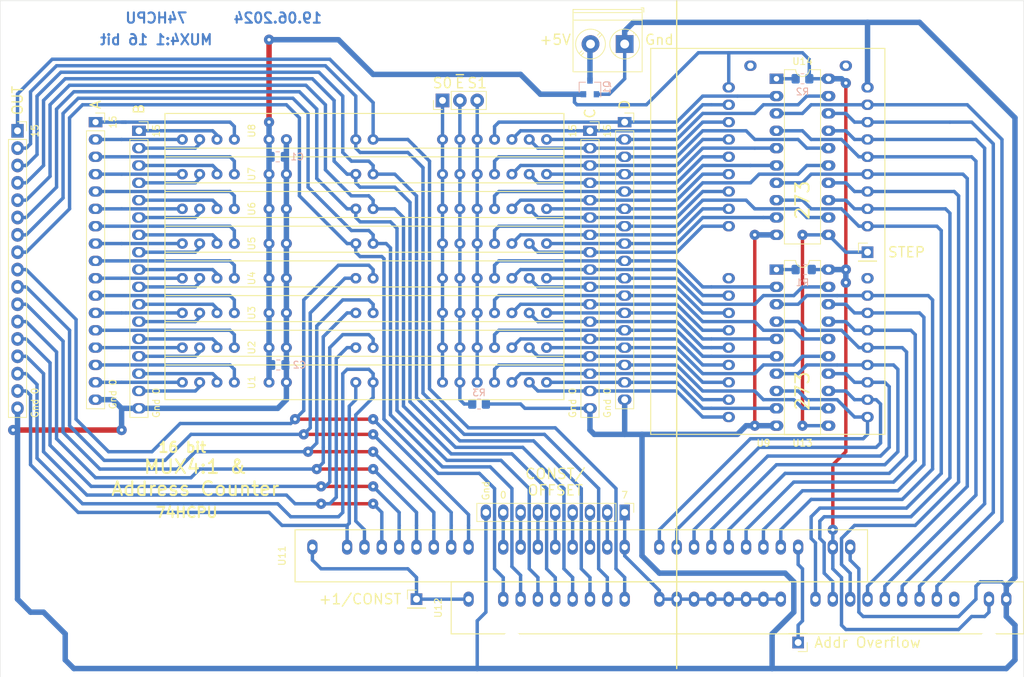
<source format=kicad_pcb>
(kicad_pcb (version 20241229) (generator "pcbnew") (generator_version "9.0")
  (layers (0 "F.Cu" signal) (2 "B.Cu" signal) (13 "F.Paste" user) (15 "B.Paste" user) (5 "F.SilkS" user) (7 "B.SilkS" user) (1 "F.Mask" user) (3 "B.Mask" user) (25 "Edge.Cuts" user))
  (net 0 "")
  (net 1 "/A15")
  (net 2 "/A14")
  (net 3 "/A13")
  (net 4 "/A12")
  (net 5 "/A11")
  (net 6 "/A10")
  (net 7 "/A9")
  (net 8 "/A8")
  (net 9 "/A7")
  (net 10 "/A6")
  (net 11 "/A5")
  (net 12 "/A4")
  (net 13 "/A3")
  (net 14 "/A2")
  (net 15 "/A1")
  (net 16 "/A0")
  (net 17 "/B0")
  (net 18 "/B1")
  (net 19 "/B2")
  (net 20 "/B3")
  (net 21 "/B4")
  (net 22 "/B5")
  (net 23 "/B6")
  (net 24 "/B7")
  (net 25 "/B8")
  (net 26 "/B9")
  (net 27 "/B10")
  (net 28 "/B11")
  (net 29 "/B12")
  (net 30 "/B13")
  (net 31 "/B14")
  (net 32 "/B15")
  (net 33 "/C15")
  (net 34 "/C14")
  (net 35 "/C13")
  (net 36 "/C12")
  (net 37 "/C11")
  (net 38 "/C10")
  (net 39 "/C9")
  (net 40 "/C8")
  (net 41 "/C7")
  (net 42 "/C6")
  (net 43 "/C5")
  (net 44 "/C4")
  (net 45 "/C3")
  (net 46 "/C2")
  (net 47 "/C1")
  (net 48 "/C0")
  (net 49 "/D0")
  (net 50 "/D1")
  (net 51 "/D2")
  (net 52 "/D3")
  (net 53 "/D4")
  (net 54 "/D5")
  (net 55 "/D6")
  (net 56 "/D7")
  (net 57 "/D8")
  (net 58 "/D9")
  (net 59 "/D10")
  (net 60 "/D11")
  (net 61 "/D12")
  (net 62 "/D13")
  (net 63 "/D14")
  (net 64 "/D15")
  (net 65 "GND")
  (net 66 "VCC")
  (net 67 "/O1")
  (net 68 "/O0")
  (net 69 "/S0")
  (net 70 "/~{E}")
  (net 71 "/S1")
  (net 72 "/O2")
  (net 73 "/O3")
  (net 74 "/O5")
  (net 75 "/O4")
  (net 76 "/O6")
  (net 77 "/O7")
  (net 78 "/O9")
  (net 79 "/O8")
  (net 80 "/O10")
  (net 81 "/O11")
  (net 82 "/O13")
  (net 83 "/O12")
  (net 84 "/O14")
  (net 85 "/O15")
  (net 86 "Net-(R1-Pad1)")
  (net 87 "Net-(R2-Pad1)")
  (net 88 "Net-(J8-Pad2)")
  (net 89 "Net-(U12-Pad26)")
  (net 90 "/+1\\CNST")
  (net 91 "/CNST0")
  (net 92 "/CNST1")
  (net 93 "/CNST2")
  (net 94 "/CNST3")
  (net 95 "/CNST4")
  (net 96 "/CNST5")
  (net 97 "/CNST6")
  (net 98 "/CNST7")
  (net 99 "Net-(J6-Pad1)")
  (net 100 "/N7")
  (net 101 "/N6")
  (net 102 "/N5")
  (net 103 "/N4")
  (net 104 "/N3")
  (net 105 "/N2")
  (net 106 "/N1")
  (net 107 "/N0")
  (net 108 "/N15")
  (net 109 "/N14")
  (net 110 "/N13")
  (net 111 "/N12")
  (net 112 "/N11")
  (net 113 "/N10")
  (net 114 "/N9")
  (net 115 "/N8")
  (net 116 "Net-(U9-Pad38)")
  (net 117 "Net-(U9-Pad37)")
  (net 118 "Net-(U9-Pad28)")
  (net 119 "Net-(U9-Pad9)")
  (net 120 "/STEP")
  (footprint "Connector_PinHeader_2.54mm:PinHeader_1x01_P2.54mm_Vertical" (layer "F.Cu") (at 129.54 106.68 180)
    (property "Reference" "J6" (hide yes))
    (property "Value" "Conn_01x01_Male")
  )
  (footprint "TerminalBlock_Phoenix:TerminalBlock_Phoenix_PT-1,5-2-5.0-H_1x02_P5.00mm_Horizontal" (layer "F.Cu") (at 104.14 19.05 180)
    (property "Reference" "J8" (hide yes))
    (property "Value" "Screw_Terminal_01x02")
  )
  (footprint "MountingHole:MountingHole_3.2mm_M3" (layer "F.Cu") (at 17.78 106.68 90)
    (property "Reference" "H1" (hide yes))
    (property "Value" "MountingHole")
  )
  (footprint "MountingHole:MountingHole_3.2mm_M3" (layer "F.Cu") (at 157.48 106.68 90)
    (property "Reference" "H2" (hide yes))
    (property "Value" "MountingHole")
  )
  (footprint "MountingHole:MountingHole_3.2mm_M3" (layer "F.Cu") (at 17.78 17.78 90)
    (property "Reference" "H3" (hide yes))
    (property "Value" "MountingHole")
  )
  (footprint "MountingHole:MountingHole_3.2mm_M3" (layer "F.Cu") (at 157.48 17.78 90)
    (property "Reference" "H4" (hide yes))
    (property "Value" "MountingHole")
  )
  (footprint "MountingHole:MountingHole_3.2mm_M3" (layer "F.Cu") (at 87.63 17.78)
    (property "Reference" "H5" (hide yes))
    (property "Value" "MountingHole")
  )
  (footprint "MountingHole:MountingHole_3.2mm_M3" (layer "F.Cu") (at 87.63 106.68)
    (property "Reference" "H6" (hide yes))
    (property "Value" "MountingHole")
  )
  (footprint "CommonLibrary:MUL1" (layer "F.Cu") (at 58.42 92.71 90)
    (property "Reference" "U11")
    (property "Value" "MUL1")
  )
  (footprint "CommonLibrary:MUL1" (layer "F.Cu") (at 81.28 100.33 90)
    (property "Reference" "U12")
    (property "Value" "MUL1")
  )
  (footprint "Connector_PinHeader_2.54mm:PinHeader_1x09_P2.54mm_Vertical" (layer "F.Cu") (at 104.14 87.63 -90)
    (property "Reference" "J9" (hide yes))
    (property "Value" "Conn_01x09_Male")
  )
  (footprint "Package_DIP:DIP-20_W7.62mm" (layer "F.Cu") (at 126.365 24.13)
    (property "Reference" "U14")
    (property "Value" "74HC273")
  )
  (footprint "Connector_PinHeader_2.54mm:PinHeader_1x03_P2.54mm_Vertical" (layer "F.Cu") (at 77.47 27.305 90)
    (property "Reference" "J7" (hide yes))
    (property "Value" "Conn_01x03_Male")
  )
  (footprint "Connector_PinSocket_2.54mm:PinSocket_1x17_P2.54mm_Vertical" (layer "F.Cu") (at 26.67 30.48)
    (property "Reference" "J1" (hide yes))
    (property "Value" "Conn_01x17_Female")
  )
  (footprint "Connector_PinSocket_2.54mm:PinSocket_1x17_P2.54mm_Vertical" (layer "F.Cu") (at 15.24 31.75)
    (property "Reference" "J5" (hide yes))
    (property "Value" "Conn_01x17_Female")
  )
  (footprint "Connector_PinSocket_2.54mm:PinSocket_1x17_P2.54mm_Vertical" (layer "F.Cu") (at 104.14 30.48)
    (property "Reference" "J4" (hide yes))
    (property "Value" "Conn_01x17_Female")
  )
  (footprint "Connector_PinSocket_2.54mm:PinSocket_1x17_P2.54mm_Vertical" (layer "F.Cu") (at 33.02 31.75)
    (property "Reference" "J2" (hide yes))
    (property "Value" "Conn_01x17_Female")
  )
  (footprint "Connector_PinSocket_2.54mm:PinSocket_1x17_P2.54mm_Vertical" (layer "F.Cu") (at 99.06 31.75)
    (property "Reference" "J3" (hide yes))
    (property "Value" "Conn_01x17_Female")
  )
  (footprint "CommonLibrary:MUX1" (layer "F.Cu") (at 39.37 68.58 90)
    (property "Reference" "U1")
    (property "Value" "MUX4")
  )
  (footprint "CommonLibrary:MUX1" (layer "F.Cu") (at 39.37 63.5 90)
    (property "Reference" "U2")
    (property "Value" "MUX4")
  )
  (footprint "CommonLibrary:MUX1" (layer "F.Cu") (at 39.37 58.42 90)
    (property "Reference" "U3")
    (property "Value" "MUX4")
  )
  (footprint "CommonLibrary:MUX1" (layer "F.Cu") (at 39.37 53.34 90)
    (property "Reference" "U4")
    (property "Value" "MUX4")
  )
  (footprint "CommonLibrary:MUX1" (layer "F.Cu") (at 39.37 48.26 90)
    (property "Reference" "U5")
    (property "Value" "MUX4")
  )
  (footprint "CommonLibrary:MUX1" (layer "F.Cu") (at 39.37 43.18 90)
    (property "Reference" "U6")
    (property "Value" "MUX4")
  )
  (footprint "CommonLibrary:MUX1" (layer "F.Cu") (at 39.37 38.1 90)
    (property "Reference" "U7")
    (property "Value" "MUX4")
  )
  (footprint "CommonLibrary:MUX1" (layer "F.Cu") (at 39.37 33.02 90)
    (property "Reference" "U8")
    (property "Value" "MUX4")
  )
  (footprint "Package_DIP:DIP-20_W7.62mm" (layer "F.Cu") (at 126.365 52.07)
    (property "Reference" "U13")
    (property "Value" "74HC273")
  )
  (footprint "Connector_PinHeader_2.54mm:PinHeader_1x01_P2.54mm_Vertical" (layer "F.Cu") (at 139.7 49.53)
    (property "Reference" "J11" (hide yes))
    (property "Value" "Conn_01x01_Male")
  )
  (footprint "Connector_PinHeader_2.54mm:PinHeader_1x01_P2.54mm_Vertical" (layer "F.Cu") (at 73.66 100.33)
    (property "Reference" "J10" (hide yes))
    (property "Value" "Conn_01x01_Male")
  )
  (footprint "CommonLibrary:STACK16" (layer "F.Cu") (at 139.7 73.66 180)
    (property "Reference" "U9")
    (property "Value" "STACK16")
  )
  (footprint "Package_TO_SOT_SMD:SOT-23" (layer "B.Cu") (at 99.06 25.4 90)
    (property "Reference" "Q1")
    (property "Value" "IRLML5203")
  )
  (footprint "Capacitor_SMD:C_0805_2012Metric_Pad1.18x1.45mm_HandSolder" (layer "B.Cu") (at 53.425 66.04)
    (property "Reference" "C2")
    (property "Value" "0.1uF")
  )
  (footprint "Resistor_SMD:R_0805_2012Metric_Pad1.20x1.40mm_HandSolder" (layer "B.Cu") (at 130.54 52.07)
    (property "Reference" "R1")
    (property "Value" "10k")
  )
  (footprint "Resistor_SMD:R_0805_2012Metric_Pad1.20x1.40mm_HandSolder" (layer "B.Cu") (at 130.175 24.13)
    (property "Reference" "R2")
    (property "Value" "10k")
  )
  (footprint "Resistor_SMD:R_0805_2012Metric_Pad1.20x1.40mm_HandSolder" (layer "B.Cu") (at 82.82 71.755 180)
    (property "Reference" "R3")
    (property "Value" "10k")
  )
  (footprint "Capacitor_SMD:C_0805_2012Metric_Pad1.18x1.45mm_HandSolder" (layer "B.Cu") (at 53.34 35.56)
    (property "Reference" "C1")
    (property "Value" "0.1uF")
  )
  (gr_line (start 111.76 110.49) (end 111.76 12.7) (stroke (width 0.2)) (layer "F.SilkS"))
  (gr_line (start 162.56 111.76) (end 12.7 111.76) (stroke (width 0.05)) (layer "Edge.Cuts"))
  (gr_line (start 12.7 12.7) (end 162.56 12.7) (stroke (width 0.05)) (layer "Edge.Cuts"))
  (gr_line (start 162.56 12.7) (end 162.56 111.76) (stroke (width 0.05)) (layer "Edge.Cuts"))
  (gr_line (start 12.7 111.76) (end 12.7 12.7) (stroke (width 0.05)) (layer "Edge.Cuts"))
  (gr_text "MUX4:1 16 bit" (at 35.56 18.415 0) (layer "B.Cu") (effects (font (size 1.5 1.5) (thickness 0.3)) (justify mirror)))
  (gr_text "19.06.2024" (at 53.34 15.24 0) (layer "B.Cu") (effects (font (size 1.5 1.5) (thickness 0.3)) (justify mirror)))
  (gr_text "74HCPU" (at 35.56 15.24 0) (layer "B.Cu") (effects (font (size 1.5 1.5) (thickness 0.3)) (justify mirror)))
  (gr_text "+5V" (at 93.98 18.415 0) (layer "F.SilkS") (effects (font (size 1.5 1.5) (thickness 0.2))))
  (gr_text "15" (at 96.52 31.75 90) (layer "F.SilkS") (effects (font (size 1 1))))
  (gr_text "B" (at 33.02 28.575 90) (layer "F.SilkS") (effects (font (size 1.5 1.5) (thickness 0.2))))
  (gr_text "15" (at 35.56 31.75 90) (layer "F.SilkS") (effects (font (size 1 1))))
  (gr_text "A" (at 26.67 27.94 90) (layer "F.SilkS") (effects (font (size 1.5 1.5) (thickness 0.2))))
  (gr_text "0" (at 96.52 69.85 90) (layer "F.SilkS") (effects (font (size 1 1))))
  (gr_text "C" (at 99.06 29.21 90) (layer "F.SilkS") (effects (font (size 1.5 1.5) (thickness 0.2))))
  (gr_text "0" (at 35.56 69.85 90) (layer "F.SilkS") (effects (font (size 1 1))))
  (gr_text "16 bit" (at 39.37 78.105 0) (layer "F.SilkS") (effects (font (size 1.5 1.5) (thickness 0.3))))
  (gr_text "OUT" (at 15.24 27.305 90) (layer "F.SilkS") (effects (font (size 1.5 1.5) (thickness 0.2))))
  (gr_text "0" (at 17.78 69.85 90) (layer "F.SilkS") (effects (font (size 1 1))))
  (gr_text "MUX4:1 &\nAddress Counter" (at 41.275 82.55 0) (layer "F.SilkS") (effects (font (size 2 2) (thickness 0.3))))
  (gr_text "Gnd" (at 96.52 72.39 90) (layer "F.SilkS") (effects (font (size 1 1))))
  (gr_text "D" (at 104.14 27.94 90) (layer "F.SilkS") (effects (font (size 1.5 1.5) (thickness 0.2))))
  (gr_text "Gnd" (at 35.56 72.39 90) (layer "F.SilkS") (effects (font (size 1 1))))
  (gr_text "S0" (at 77.47 24.765 0) (layer "F.SilkS") (effects (font (size 1.5 1.5) (thickness 0.2))))
  (gr_text "74HCPU" (at 40.005 87.63 0) (layer "F.SilkS") (effects (font (size 1.5 1.5) (thickness 0.3))))
  (gr_text "S1" (at 82.55 24.765 0) (layer "F.SilkS") (effects (font (size 1.5 1.5) (thickness 0.2))))
  (gr_text "~{E}" (at 80.01 24.765 0) (layer "F.SilkS") (effects (font (size 1.5 1.5) (thickness 0.2))))
  (gr_text "0" (at 101.6 69.85 90) (layer "F.SilkS") (effects (font (size 1 1))))
  (gr_text "273" (at 130.175 69.85 90) (layer "F.SilkS") (effects (font (size 2 2) (thickness 0.25))))
  (gr_text "273" (at 130.175 41.91 90) (layer "F.SilkS") (effects (font (size 2 2) (thickness 0.25))))
  (gr_text "15" (at 17.78 31.75 90) (layer "F.SilkS") (effects (font (size 1 1))))
  (gr_text "0" (at 29.21 68.58 90) (layer "F.SilkS") (effects (font (size 1 1))))
  (gr_text "Gnd" (at 101.6 72.39 90) (layer "F.SilkS") (effects (font (size 1 1))))
  (gr_text "Gnd" (at 17.78 72.39 90) (layer "F.SilkS") (effects (font (size 1 1))))
  (gr_text "Gnd" (at 29.21 71.12 90) (layer "F.SilkS") (effects (font (size 1 1))))
  (gr_text "15" (at 29.21 30.48 90) (layer "F.SilkS") (effects (font (size 1 1))))
  (gr_text "15" (at 101.6 31.75 90) (layer "F.SilkS") (effects (font (size 1 1))))
  (gr_text "STEP" (at 145.415 49.53 0) (layer "F.SilkS") (effects (font (size 1.5 1.5) (thickness 0.2))))
  (gr_text "+1/CONST" (at 65.405 100.33 0) (layer "F.SilkS") (effects (font (size 1.5 1.5) (thickness 0.2))))
  (gr_text "Addr Overflow" (at 139.7 106.68 0) (layer "F.SilkS") (effects (font (size 1.5 1.5) (thickness 0.2))))
  (gr_text "0" (at 86.36 85.09 0) (layer "F.SilkS") (effects (font (size 1 1))))
  (gr_text "Gnd" (at 83.82 84.455 90) (layer "F.SilkS") (effects (font (size 1 1))))
  (gr_text "CONST/\nOFFSET" (at 93.98 83.185 0) (layer "F.SilkS") (effects (font (size 1.5 1.5) (thickness 0.2))))
  (gr_text "Gnd" (at 109.22 18.415 0) (layer "F.SilkS") (effects (font (size 1.5 1.5) (thickness 0.2))))
  (gr_text "7" (at 104.14 85.09 0) (layer "F.SilkS") (effects (font (size 1 1))))
  (segment (start 46.355 30.48) (end 46.99 31.115) (width 0.5) (layer "B.Cu") (net 1))
  (segment (start 46.99 31.115) (end 46.99 33.02) (width 0.5) (layer "B.Cu") (net 1))
  (segment (start 26.67 30.48) (end 31.115 30.48) (width 0.5) (layer "B.Cu") (net 1))
  (segment (start 31.115 30.48) (end 46.355 30.48) (width 0.5) (layer "B.Cu") (net 1))
  (segment (start 30.48 30.48) (end 31.115 30.48) (width 0.5) (layer "B.Cu") (net 1))
  (segment (start 39.37 33.02) (end 30.48 33.02) (width 0.5) (layer "B.Cu") (net 2))
  (segment (start 26.67 33.02) (end 30.48 33.02) (width 0.5) (layer "B.Cu") (net 2))
  (segment (start 46.355 35.56) (end 46.99 36.195) (width 0.5) (layer "B.Cu") (net 3))
  (segment (start 46.99 36.195) (end 46.99 38.1) (width 0.5) (layer "B.Cu") (net 3))
  (segment (start 26.67 35.56) (end 46.355 35.56) (width 0.5) (layer "B.Cu") (net 3))
  (segment (start 39.37 38.1) (end 30.48 38.1) (width 0.5) (layer "B.Cu") (net 4))
  (segment (start 26.67 38.1) (end 30.48 38.1) (width 0.5) (layer "B.Cu") (net 4))
  (segment (start 26.67 40.64) (end 46.355 40.64) (width 0.5) (layer "B.Cu") (net 5))
  (segment (start 46.99 41.275) (end 46.99 43.18) (width 0.5) (layer "B.Cu") (net 5))
  (segment (start 46.355 40.64) (end 46.99 41.275) (width 0.5) (layer "B.Cu") (net 5))
  (segment (start 39.37 43.18) (end 30.48 43.18) (width 0.5) (layer "B.Cu") (net 6))
  (segment (start 26.67 43.18) (end 30.48 43.18) (width 0.5) (layer "B.Cu") (net 6))
  (segment (start 46.99 46.355) (end 46.99 48.26) (width 0.5) (layer "B.Cu") (net 7))
  (segment (start 46.355 45.72) (end 46.99 46.355) (width 0.5) (layer "B.Cu") (net 7))
  (segment (start 26.67 45.72) (end 46.355 45.72) (width 0.5) (layer "B.Cu") (net 7))
  (segment (start 39.37 48.26) (end 30.48 48.26) (width 0.5) (layer "B.Cu") (net 8))
  (segment (start 26.67 48.26) (end 30.48 48.26) (width 0.5) (layer "B.Cu") (net 8))
  (segment (start 26.67 50.8) (end 46.355 50.8) (width 0.5) (layer "B.Cu") (net 9))
  (segment (start 46.99 51.435) (end 46.99 53.34) (width 0.5) (layer "B.Cu") (net 9))
  (segment (start 46.355 50.8) (end 46.99 51.435) (width 0.5) (layer "B.Cu") (net 9))
  (segment (start 39.37 53.34) (end 30.48 53.34) (width 0.5) (layer "B.Cu") (net 10))
  (segment (start 26.67 53.34) (end 30.48 53.34) (width 0.5) (layer "B.Cu") (net 10))
  (segment (start 46.355 55.88) (end 46.99 56.515) (width 0.5) (layer "B.Cu") (net 11))
  (segment (start 26.67 55.88) (end 46.355 55.88) (width 0.5) (layer "B.Cu") (net 11))
  (segment (start 46.99 56.515) (end 46.99 58.42) (width 0.5) (layer "B.Cu") (net 11))
  (segment (start 30.48 58.42) (end 31.115 58.42) (width 0.5) (layer "B.Cu") (net 12))
  (segment (start 39.37 58.42) (end 31.115 58.42) (width 0.5) (layer "B.Cu") (net 12))
  (segment (start 26.67 58.42) (end 30.48 58.42) (width 0.5) (layer "B.Cu") (net 12))
  (segment (start 46.355 60.96) (end 46.99 61.595) (width 0.5) (layer "B.Cu") (net 13))
  (segment (start 46.99 61.595) (end 46.99 63.5) (width 0.5) (layer "B.Cu") (net 13))
  (segment (start 26.67 60.96) (end 46.355 60.96) (width 0.5) (layer "B.Cu") (net 13))
  (segment (start 39.37 63.5) (end 30.48 63.5) (width 0.5) (layer "B.Cu") (net 14))
  (segment (start 26.67 63.5) (end 30.48 63.5) (width 0.5) (layer "B.Cu") (net 14))
  (segment (start 46.99 66.675) (end 46.99 68.58) (width 0.5) (layer "B.Cu") (net 15))
  (segment (start 26.67 66.04) (end 46.355 66.04) (width 0.5) (layer "B.Cu") (net 15))
  (segment (start 46.355 66.04) (end 46.99 66.675) (width 0.5) (layer "B.Cu") (net 15))
  (segment (start 39.37 68.58) (end 30.48 68.58) (width 0.5) (layer "B.Cu") (net 16))
  (segment (start 26.67 68.58) (end 30.48 68.58) (width 0.5) (layer "B.Cu") (net 16))
  (segment (start 33.02 69.85) (end 41.275 69.85) (width 0.5) (layer "B.Cu") (net 17))
  (segment (start 41.91 69.215) (end 41.91 68.58) (width 0.5) (layer "B.Cu") (net 17))
  (segment (start 41.275 69.85) (end 41.91 69.215) (width 0.5) (layer "B.Cu") (net 17))
  (segment (start 44.45 67.945) (end 44.45 68.58) (width 0.5) (layer "B.Cu") (net 18))
  (segment (start 43.815 67.31) (end 44.45 67.945) (width 0.5) (layer "B.Cu") (net 18))
  (segment (start 33.02 67.31) (end 43.815 67.31) (width 0.5) (layer "B.Cu") (net 18))
  (segment (start 33.02 64.77) (end 41.275 64.77) (width 0.5) (layer "B.Cu") (net 19))
  (segment (start 41.275 64.77) (end 41.91 64.135) (width 0.5) (layer "B.Cu") (net 19))
  (segment (start 41.91 64.135) (end 41.91 63.5) (width 0.5) (layer "B.Cu") (net 19))
  (segment (start 43.815 62.23) (end 44.45 62.865) (width 0.5) (layer "B.Cu") (net 20))
  (segment (start 33.02 62.23) (end 43.815 62.23) (width 0.5) (layer "B.Cu") (net 20))
  (segment (start 44.45 62.865) (end 44.45 63.5) (width 0.5) (layer "B.Cu") (net 20))
  (segment (start 33.02 59.69) (end 41.275 59.69) (width 0.5) (layer "B.Cu") (net 21))
  (segment (start 41.91 59.055) (end 41.91 58.42) (width 0.5) (layer "B.Cu") (net 21))
  (segment (start 41.275 59.69) (end 41.91 59.055) (width 0.5) (layer "B.Cu") (net 21))
  (segment (start 44.45 57.785) (end 44.45 58.42) (width 0.5) (layer "B.Cu") (net 22))
  (segment (start 33.02 57.15) (end 43.815 57.15) (width 0.5) (layer "B.Cu") (net 22))
  (segment (start 43.815 57.15) (end 44.45 57.785) (width 0.5) (layer "B.Cu") (net 22))
  (segment (start 33.02 54.61) (end 41.275 54.61) (width 0.5) (layer "B.Cu") (net 23))
  (segment (start 41.275 54.61) (end 41.91 53.975) (width 0.5) (layer "B.Cu") (net 23))
  (segment (start 41.91 53.975) (end 41.91 53.34) (width 0.5) (layer "B.Cu") (net 23))
  (segment (start 33.02 52.07) (end 43.815 52.07) (width 0.5) (layer "B.Cu") (net 24))
  (segment (start 43.815 52.07) (end 44.45 52.705) (width 0.5) (layer "B.Cu") (net 24))
  (segment (start 44.45 52.705) (end 44.45 53.34) (width 0.5) (layer "B.Cu") (net 24))
  (segment (start 33.02 49.53) (end 41.275 49.53) (width 0.5) (layer "B.Cu") (net 25))
  (segment (start 41.275 49.53) (end 41.91 48.895) (width 0.5) (layer "B.Cu") (net 25))
  (segment (start 41.91 48.895) (end 41.91 48.26) (width 0.5) (layer "B.Cu") (net 25))
  (segment (start 44.45 47.625) (end 44.45 48.26) (width 0.5) (layer "B.Cu") (net 26))
  (segment (start 33.02 46.99) (end 43.815 46.99) (width 0.5) (layer "B.Cu") (net 26))
  (segment (start 43.815 46.99) (end 44.45 47.625) (width 0.5) (layer "B.Cu") (net 26))
  (segment (start 41.91 43.815) (end 41.91 43.18) (width 0.5) (layer "B.Cu") (net 27))
  (segment (start 33.02 44.45) (end 41.275 44.45) (width 0.5) (layer "B.Cu") (net 27))
  (segment (start 41.275 44.45) (end 41.91 43.815) (width 0.5) (layer "B.Cu") (net 27))
  (segment (start 43.815 41.91) (end 42.433762 41.91) (width 0.5) (layer "B.Cu") (net 28))
  (segment (start 44.45 42.545) (end 43.815 41.91) (width 0.5) (layer "B.Cu") (net 28))
  (segment (start 44.45 43.18) (end 44.45 42.545) (width 0.5) (layer "B.Cu") (net 28))
  (segment (start 33.02 41.91) (end 42.433762 41.91) (width 0.5) (layer "B.Cu") (net 28))
  (segment (start 41.275 39.37) (end 41.91 38.735) (width 0.5) (layer "B.Cu") (net 29))
  (segment (start 33.02 39.37) (end 41.275 39.37) (width 0.5) (layer "B.Cu") (net 29))
  (segment (start 41.91 38.735) (end 41.91 38.1) (width 0.5) (layer "B.Cu") (net 29))
  (segment (start 33.02 36.83) (end 43.815 36.83) (width 0.5) (layer "B.Cu") (net 30))
  (segment (start 44.45 37.465) (end 44.45 38.1) (width 0.5) (layer "B.Cu") (net 30))
  (segment (start 43.815 36.83) (end 44.45 37.465) (width 0.5) (layer "B.Cu") (net 30))
  (segment (start 41.91 33.655) (end 41.91 33.02) (width 0.5) (layer "B.Cu") (net 31))
  (segment (start 41.275 34.29) (end 41.91 33.655) (width 0.5) (layer "B.Cu") (net 31))
  (segment (start 33.02 34.29) (end 41.275 34.29) (width 0.5) (layer "B.Cu") (net 31))
  (segment (start 44.45 32.385) (end 44.45 33.02) (width 0.5) (layer "B.Cu") (net 32))
  (segment (start 33.02 31.75) (end 43.815 31.75) (width 0.5) (layer "B.Cu") (net 32))
  (segment (start 43.815 31.75) (end 44.45 32.385) (width 0.5) (layer "B.Cu") (net 32))
  (segment (start 87.63 33.02) (end 88.9 31.75) (width 0.5) (layer "B.Cu") (net 33))
  (segment (start 99.06 31.75) (end 88.9 31.75) (width 0.5) (layer "B.Cu") (net 33))
  (segment (start 111.76 31.75) (end 115.57 27.94) (width 0.5) (layer "B.Cu") (net 33))
  (segment (start 116.84 27.94) (end 120.015 27.94) (width 0.5) (layer "B.Cu") (net 33))
  (segment (start 115.57 27.94) (end 116.84 27.94) (width 0.5) (layer "B.Cu") (net 33))
  (segment (start 99.06 31.75) (end 111.76 31.75) (width 0.5) (layer "B.Cu") (net 33))
  (segment (start 91.44 34.29) (end 90.17 33.02) (width 0.5) (layer "B.Cu") (net 34))
  (segment (start 99.06 34.29) (end 91.44 34.29) (width 0.5) (layer "B.Cu") (net 34))
  (segment (start 99.06 34.29) (end 111.76 34.29) (width 0.5) (layer "B.Cu") (net 34))
  (segment (start 111.76 34.29) (end 115.57 30.48) (width 0.5) (layer "B.Cu") (net 34))
  (segment (start 115.57 30.48) (end 120.015 30.48) (width 0.5) (layer "B.Cu") (net 34))
  (segment (start 88.9 36.83) (end 87.63 38.1) (width 0.5) (layer "B.Cu") (net 35))
  (segment (start 99.06 36.83) (end 88.9 36.83) (width 0.5) (layer "B.Cu") (net 35))
  (segment (start 111.76 36.83) (end 115.57 33.02) (width 0.5) (layer "B.Cu") (net 35))
  (segment (start 99.06 36.83) (end 111.76 36.83) (width 0.5) (layer "B.Cu") (net 35))
  (segment (start 115.57 33.02) (end 120.015 33.02) (width 0.5) (layer "B.Cu") (net 35))
  (segment (start 99.06 39.37) (end 91.44 39.37) (width 0.5) (layer "B.Cu") (net 36))
  (segment (start 91.44 39.37) (end 90.17 38.1) (width 0.5) (layer "B.Cu") (net 36))
  (segment (start 99.06 39.37) (end 111.76 39.37) (width 0.5) (layer "B.Cu") (net 36))
  (segment (start 115.57 35.56) (end 119.38 35.56) (width 0.5) (layer "B.Cu") (net 36))
  (segment (start 111.76 39.37) (end 115.57 35.56) (width 0.5) (layer "B.Cu") (net 36))
  (segment (start 87.63 43.18) (end 88.9 41.91) (width 0.5) (layer "B.Cu") (net 37))
  (segment (start 99.06 41.91) (end 88.9 41.91) (width 0.5) (layer "B.Cu") (net 37))
  (segment (start 111.76 41.91) (end 115.57 38.1) (width 0.5) (layer "B.Cu") (net 37))
  (segment (start 115.57 38.1) (end 119.38 38.1) (width 0.5) (layer "B.Cu") (net 37))
  (segment (start 99.06 41.91) (end 111.76 41.91) (width 0.5) (layer "B.Cu") (net 37))
  (segment (start 99.06 44.45) (end 91.44 44.45) (width 0.5) (layer "B.Cu") (net 38))
  (segment (start 91.44 44.45) (end 90.17 43.18) (width 0.5) (layer "B.Cu") (net 38))
  (segment (start 99.06 44.45) (end 111.76 44.45) (width 0.5) (layer "B.Cu") (net 38))
  (segment (start 115.57 40.64) (end 119.38 40.64) (width 0.5) (layer "B.Cu") (net 38))
  (segment (start 111.76 44.45) (end 115.57 40.64) (width 0.5) (layer "B.Cu") (net 38))
  (segment (start 87.63 48.26) (end 88.9 46.99) (width 0.5) (layer "B.Cu") (net 39))
  (segment (start 99.06 46.99) (end 88.9 46.99) (width 0.5) (layer "B.Cu") (net 39))
  (segment (start 111.76 46.99) (end 115.57 43.18) (width 0.5) (layer "B.Cu") (net 39))
  (segment (start 115.57 43.18) (end 119.38 43.18) (width 0.5) (layer "B.Cu") (net 39))
  (segment (start 99.06 46.99) (end 111.76 46.99) (width 0.5) (layer "B.Cu") (net 39))
  (segment (start 91.44 49.53) (end 90.17 48.26) (width 0.5) (layer "B.Cu") (net 40))
  (segment (start 99.06 49.53) (end 91.44 49.53) (width 0.5) (layer "B.Cu") (net 40))
  (segment (start 99.06 49.53) (end 111.76 49.53) (width 0.5) (layer "B.Cu") (net 40))
  (segment (start 115.57 45.72) (end 119.38 45.72) (width 0.5) (layer "B.Cu") (net 40))
  (segment (start 111.76 49.53) (end 115.57 45.72) (width 0.5) (layer "B.Cu") (net 40))
  (segment (start 88.9 52.07) (end 87.63 53.34) (width 0.5) (layer "B.Cu") (net 41))
  (segment (start 99.06 52.07) (end 88.9 52.07) (width 0.5) (layer "B.Cu") (net 41))
  (segment (start 99.06 52.07) (end 111.76 52.07) (width 0.5) (layer "B.Cu") (net 41))
  (segment (start 115.57 55.88) (end 119.38 55.88) (width 0.5) (layer "B.Cu") (net 41))
  (segment (start 111.76 52.07) (end 115.57 55.88) (width 0.5) (layer "B.Cu") (net 41))
  (segment (start 99.06 54.61) (end 91.44 54.61) (width 0.5) (layer "B.Cu") (net 42))
  (segment (start 91.44 54.61) (end 90.17 53.34) (width 0.5) (layer "B.Cu") (net 42))
  (segment (start 99.06 54.61) (end 111.76 54.61) (width 0.5) (layer "B.Cu") (net 42))
  (segment (start 111.76 54.61) (end 115.57 58.42) (width 0.5) (layer "B.Cu") (net 42))
  (segment (start 115.57 58.42) (end 119.38 58.42) (width 0.5) (layer "B.Cu") (net 42))
  (segment (start 88.9 57.15) (end 87.63 58.42) (width 0.5) (layer "B.Cu") (net 43))
  (segment (start 99.06 57.15) (end 88.9 57.15) (width 0.5) (layer "B.Cu") (net 43))
  (segment (start 115.57 60.96) (end 119.38 60.96) (width 0.5) (layer "B.Cu") (net 43))
  (segment (start 111.76 57.15) (end 115.57 60.96) (width 0.5) (layer "B.Cu") (net 43))
  (segment (start 99.06 57.15) (end 111.76 57.15) (width 0.5) (layer "B.Cu") (net 43))
  (segment (start 99.06 59.69) (end 91.44 59.69) (width 0.5) (layer "B.Cu") (net 44))
  (segment (start 91.44 59.69) (end 90.17 58.42) (width 0.5) (layer "B.Cu") (net 44))
  (segment (start 115.57 63.5) (end 116.84 63.5) (width 0.5) (layer "B.Cu") (net 44))
  (segment (start 111.76 59.69) (end 115.57 63.5) (width 0.5) (layer "B.Cu") (net 44))
  (segment (start 99.06 59.69) (end 111.76 59.69) (width 0.5) (layer "B.Cu") (net 44))
  (segment (start 116.84 63.5) (end 119.38 63.5) (width 0.5) (layer "B.Cu") (net 44))
  (segment (start 88.9 62.23) (end 87.63 63.5) (width 0.5) (layer "B.Cu") (net 45))
  (segment (start 99.06 62.23) (end 88.9 62.23) (width 0.5) (layer "B.Cu") (net 45))
  (segment (start 99.06 62.23) (end 111.76 62.23) (width 0.5) (layer "B.Cu") (net 45))
  (segment (start 111.76 62.23) (end 115.57 66.04) (width 0.5) (layer "B.Cu") (net 45))
  (segment (start 115.57 66.04) (end 119.38 66.04) (width 0.5) (layer "B.Cu") (net 45))
  (segment (start 91.44 64.77) (end 90.17 63.5) (width 0.5) (layer "B.Cu") (net 46))
  (segment (start 99.06 64.77) (end 91.44 64.77) (width 0.5) (layer "B.Cu") (net 46))
  (segment (start 111.76 64.77) (end 115.57 68.58) (width 0.5) (layer "B.Cu") (net 46))
  (segment (start 115.57 68.58) (end 119.38 68.58) (width 0.5) (layer "B.Cu") (net 46))
  (segment (start 99.06 64.77) (end 111.76 64.77) (width 0.5) (layer "B.Cu") (net 46))
  (segment (start 99.06 67.31) (end 88.9 67.31) (width 0.5) (layer "B.Cu") (net 47))
  (segment (start 88.9 67.31) (end 87.63 68.58) (width 0.5) (layer "B.Cu") (net 47))
  (segment (start 111.76 67.31) (end 115.57 71.12) (width 0.5) (layer "B.Cu") (net 47))
  (segment (start 99.06 67.31) (end 111.76 67.31) (width 0.5) (layer "B.Cu") (net 47))
  (segment (start 115.57 71.12) (end 119.38 71.12) (width 0.5) (layer "B.Cu") (net 47))
  (segment (start 99.06 69.85) (end 91.44 69.85) (width 0.5) (layer "B.Cu") (net 48))
  (segment (start 91.44 69.85) (end 90.17 68.58) (width 0.5) (layer "B.Cu") (net 48))
  (segment (start 115.57 73.66) (end 119.38 73.66) (width 0.5) (layer "B.Cu") (net 48))
  (segment (start 99.06 69.85) (end 111.76 69.85) (width 0.5) (layer "B.Cu") (net 48))
  (segment (start 111.76 69.85) (end 115.57 73.66) (width 0.5) (layer "B.Cu") (net 48))
  (segment (start 115.57 72.39) (end 116.84 72.39) (width 0.5) (layer "B.Cu") (net 49))
  (segment (start 92.71 68.58) (end 111.76 68.58) (width 0.5) (layer "B.Cu") (net 49))
  (segment (start 111.76 68.58) (end 115.57 72.39) (width 0.5) (layer "B.Cu") (net 49))
  (segment (start 116.84 72.39) (end 126.365 72.39) (width 0.5) (layer "B.Cu") (net 49))
  (segment (start 85.725 66.04) (end 111.76 66.04) (width 0.5) (layer "B.Cu") (net 50))
  (segment (start 124.46 71.12) (end 128.905 71.12) (width 0.5) (layer "B.Cu") (net 50))
  (segment (start 115.57 69.85) (end 123.19 69.85) (width 0.5) (layer "B.Cu") (net 50))
  (segment (start 128.905 71.12) (end 130.175 72.39) (width 0.5) (layer "B.Cu") (net 50))
  (segment (start 123.19 69.85) (end 124.46 71.12) (width 0.5) (layer "B.Cu") (net 50))
  (segment (start 130.175 72.39) (end 133.985 72.39) (width 0.5) (layer "B.Cu") (net 50))
  (segment (start 85.09 68.58) (end 85.09 66.675) (width 0.5) (layer "B.Cu") (net 50))
  (segment (start 85.09 66.675) (end 85.725 66.04) (width 0.5) (layer "B.Cu") (net 50))
  (segment (start 111.76 66.04) (end 115.57 69.85) (width 0.5) (layer "B.Cu") (net 50))
  (segment (start 130.175 64.77) (end 133.985 64.77) (width 0.5) (layer "B.Cu") (net 51))
  (segment (start 111.76 63.5) (end 115.57 67.31) (width 0.5) (layer "B.Cu") (net 51))
  (segment (start 128.905 66.04) (end 130.175 64.77) (width 0.5) (layer "B.Cu") (net 51))
  (segment (start 124.46 66.04) (end 128.905 66.04) (width 0.5) (layer "B.Cu") (net 51))
  (segment (start 123.19 67.31) (end 124.46 66.04) (width 0.5) (layer "B.Cu") (net 51))
  (segment (start 115.57 67.31) (end 123.19 67.31) (width 0.5) (layer "B.Cu") (net 51))
  (segment (start 92.71 63.5) (end 111.76 63.5) (width 0.5) (layer "B.Cu") (net 51))
  (segment (start 111.76 60.96) (end 115.57 64.77) (width 0.5) (layer "B.Cu") (net 52))
  (segment (start 116.84 64.77) (end 126.365 64.77) (width 0.5) (layer "B.Cu") (net 52))
  (segment (start 85.09 63.5) (end 85.09 61.595) (width 0.5) (layer "B.Cu") (net 52))
  (segment (start 115.57 64.77) (end 116.84 64.77) (width 0.5) (layer "B.Cu") (net 52))
  (segment (start 85.725 60.96) (end 111.76 60.96) (width 0.5) (layer "B.Cu") (net 52))
  (segment (start 85.09 61.595) (end 85.725 60.96) (width 0.5) (layer "B.Cu") (net 52))
  (segment (start 115.57 62.23) (end 116.84 62.23) (width 0.5) (layer "B.Cu") (net 53))
  (segment (start 116.84 62.23) (end 126.365 62.23) (width 0.5) (layer "B.Cu") (net 53))
  (segment (start 111.76 58.42) (end 115.57 62.23) (width 0.5) (layer "B.Cu") (net 53))
  (segment (start 92.71 58.42) (end 111.76 58.42) (width 0.5) (layer "B.Cu") (net 53))
  (segment (start 133.985 62.23) (end 130.175 62.23) (width 0.5) (layer "B.Cu") (net 54))
  (segment (start 85.09 56.515) (end 85.09 58.42) (width 0.5) (layer "B.Cu") (net 54))
  (segment (start 130.175 62.23) (end 128.905 60.96) (width 0.5) (layer "B.Cu") (net 54))
  (segment (start 123.19 59.69) (end 115.57 59.69) (width 0.5) (layer "B.Cu") (net 54))
  (segment (start 115.57 59.69) (end 111.76 55.88) (width 0.5) (layer "B.Cu") (net 54))
  (segment (start 111.76 55.88) (end 85.725 55.88) (width 0.5) (layer "B.Cu") (net 54))
  (segment (start 85.725 55.88) (end 85.09 56.515) (width 0.5) (layer "B.Cu") (net 54))
  (segment (start 124.46 60.96) (end 123.19 59.69) (width 0.5) (layer "B.Cu") (net 54))
  (segment (start 128.905 60.96) (end 124.46 60.96) (width 0.5) (layer "B.Cu") (net 54))
  (segment (start 128.905 55.88) (end 130.175 54.61) (width 0.5) (layer "B.Cu") (net 55))
  (segment (start 130.175 54.61) (end 133.985 54.61) (width 0.5) (layer "B.Cu") (net 55))
  (segment (start 111.76 53.34) (end 115.57 57.15) (width 0.5) (layer "B.Cu") (net 55))
  (segment (start 123.19 57.15) (end 124.46 55.88) (width 0.5) (layer "B.Cu") (net 55))
  (segment (start 115.57 57.15) (end 123.19 57.15) (width 0.5) (layer "B.Cu") (net 55))
  (segment (start 124.46 55.88) (end 128.905 55.88) (width 0.5) (layer "B.Cu") (net 55))
  (segment (start 92.71 53.34) (end 111.76 53.34) (width 0.5) (layer "B.Cu") (net 55))
  (segment (start 116.84 54.61) (end 126.365 54.61) (width 0.5) (layer "B.Cu") (net 56))
  (segment (start 85.09 51.435) (end 85.725 50.8) (width 0.5) (layer "B.Cu") (net 56))
  (segment (start 111.76 50.8) (end 115.57 54.61) (width 0.5) (layer "B.Cu") (net 56))
  (segment (start 85.09 53.34) (end 85.09 51.435) (width 0.5) (layer "B.Cu") (net 56))
  (segment (start 115.57 54.61) (end 116.84 54.61) (width 0.5) (layer "B.Cu") (net 56))
  (segment (start 85.725 50.8) (end 111.76 50.8) (width 0.5) (layer "B.Cu") (net 56))
  (segment (start 115.57 44.45) (end 124.46 44.45) (width 0.5) (layer "B.Cu") (net 57))
  (segment (start 92.71 48.26) (end 111.76 48.26) (width 0.5) (layer "B.Cu") (net 57))
  (segment (start 124.46 44.45) (end 126.365 44.45) (width 0.5) (layer "B.Cu") (net 57))
  (segment (start 111.76 48.26) (end 115.57 44.45) (width 0.5) (layer "B.Cu") (net 57))
  (segment (start 111.76 45.72) (end 115.57 41.91) (width 0.5) (layer "B.Cu") (net 58))
  (segment (start 129.54 43.18) (end 130.81 44.45) (width 0.5) (layer "B.Cu") (net 58))
  (segment (start 123.19 43.18) (end 129.54 43.18) (width 0.5) (layer "B.Cu") (net 58))
  (segment (start 121.92 41.91) (end 123.19 43.18) (width 0.5) (layer "B.Cu") (net 58))
  (segment (start 115.57 41.91) (end 121.92 41.91) (width 0.5) (layer "B.Cu") (net 58))
  (segment (start 85.725 45.72) (end 111.76 45.72) (width 0.5) (layer "B.Cu") (net 58))
  (segment (start 85.09 48.26) (end 85.09 46.355) (width 0.5) (layer "B.Cu") (net 58))
  (segment (start 130.81 44.45) (end 133.985 44.45) (width 0.5) (layer "B.Cu") (net 58))
  (segment (start 85.09 46.355) (end 85.725 45.72) (width 0.5) (layer "B.Cu") (net 58))
  (segment (start 129.54 38.1) (end 130.81 36.83) (width 0.5) (layer "B.Cu") (net 59))
  (segment (start 115.57 39.37) (end 122.555 39.37) (width 0.5) (layer "B.Cu") (net 59))
  (segment (start 111.76 43.18) (end 115.57 39.37) (width 0.5) (layer "B.Cu") (net 59))
  (segment (start 130.81 36.83) (end 133.985 36.83) (width 0.5) (layer "B.Cu") (net 59))
  (segment (start 122.555 39.37) (end 123.825 38.1) (width 0.5) (layer "B.Cu") (net 59))
  (segment (start 123.825 38.1) (end 129.54 38.1) (width 0.5) (layer "B.Cu") (net 59))
  (segment (start 92.71 43.18) (end 111.76 43.18) (width 0.5) (layer "B.Cu") (net 59))
  (segment (start 122.555 36.83) (end 126.365 36.83) (width 0.5) (layer "B.Cu") (net 60))
  (segment (start 115.57 36.83) (end 122.555 36.83) (width 0.5) (layer "B.Cu") (net 60))
  (segment (start 111.76 40.64) (end 115.57 36.83) (width 0.5) (layer "B.Cu") (net 60))
  (segment (start 85.725 40.64) (end 111.76 40.64) (width 0.5) (layer "B.Cu") (net 60))
  (segment (start 85.09 41.275) (end 85.725 40.64) (width 0.5) (layer "B.Cu") (net 60))
  (segment (start 85.09 43.18) (end 85.09 41.275) (width 0.5) (layer "B.Cu") (net 60))
  (segment (start 92.71 38.1) (end 111.76 38.1) (width 0.5) (layer "B.Cu") (net 61))
  (segment (start 123.19 34.29) (end 126.365 34.29) (width 0.5) (layer "B.Cu") (net 61))
  (segment (start 111.76 38.1) (end 115.57 34.29) (width 0.5) (layer "B.Cu") (net 61))
  (segment (start 115.57 34.29) (end 123.19 34.29) (width 0.5) (layer "B.Cu") (net 61))
  (segment (start 85.09 36.195) (end 85.725 35.56) (width 0.5) (layer "B.Cu") (net 62))
  (segment (start 111.76 35.56) (end 115.57 31.75) (width 0.5) (layer "B.Cu") (net 62))
  (segment (start 85.725 35.56) (end 111.76 35.56) (width 0.5) (layer "B.Cu") (net 62))
  (segment (start 85.09 38.1) (end 85.09 36.195) (width 0.5) (layer "B.Cu") (net 62))
  (segment (start 115.57 31.75) (end 121.92 31.75) (width 0.5) (layer "B.Cu") (net 62))
  (segment (start 130.81 34.29) (end 133.985 34.29) (width 0.5) (layer "B.Cu") (net 62))
  (segment (start 123.19 33.02) (end 129.54 33.02) (width 0.5) (layer "B.Cu") (net 62))
  (segment (start 129.54 33.02) (end 130.81 34.29) (width 0.5) (layer "B.Cu") (net 62))
  (segment (start 121.92 31.75) (end 123.19 33.02) (width 0.5) (layer "B.Cu") (net 62))
  (segment (start 129.54 27.94) (end 130.81 26.67) (width 0.5) (layer "B.Cu") (net 63))
  (segment (start 123.19 29.21) (end 124.46 27.94) (width 0.5) (layer "B.Cu") (net 63))
  (segment (start 92.71 33.02) (end 111.76 33.02) (width 0.5) (layer "B.Cu") (net 63))
  (segment (start 124.46 27.94) (end 129.54 27.94) (width 0.5) (layer "B.Cu") (net 63))
  (segment (start 130.81 26.67) (end 133.985 26.67) (width 0.5) (layer "B.Cu") (net 63))
  (segment (start 111.76 33.02) (end 115.57 29.21) (width 0.5) (layer "B.Cu") (net 63))
  (segment (start 115.57 29.21) (end 123.19 29.21) (width 0.5) (layer "B.Cu") (net 63))
  (segment (start 85.09 31.115) (end 85.725 30.48) (width 0.5) (layer "B.Cu") (net 64))
  (segment (start 85.09 33.02) (end 85.09 31.115) (width 0.5) (layer "B.Cu") (net 64))
  (segment (start 111.76 30.48) (end 115.57 26.67) (width 0.5) (layer "B.Cu") (net 64))
  (segment (start 85.725 30.48) (end 111.76 30.48) (width 0.5) (layer "B.Cu") (net 64))
  (segment (start 115.57 26.67) (end 120.65 26.67) (width 0.5) (layer "B.Cu") (net 64))
  (segment (start 120.65 26.67) (end 126.365 26.67) (width 0.5) (layer "B.Cu") (net 64))
  (segment (start 123.19 46.99) (end 123.19 74.93) (width 0.5) (layer "F.Cu") (net 65))
  (segment (start 14.605 75.565) (end 30.48 75.565) (width 0.8) (layer "F.Cu") (net 65))
  (via (at 123.19 46.99) (size 1.5) (drill 0.5) (layers "F.Cu" "B.Cu") (net 65))
  (via (at 30.48 75.565) (size 1.5) (drill 0.5) (layers "F.Cu" "B.Cu") (net 65))
  (via (at 14.605 75.565) (size 1.5) (drill 0.5) (layers "F.Cu" "B.Cu") (net 65))
  (via (at 123.19 74.93) (size 1.5) (drill 0.5) (layers "F.Cu" "B.Cu") (net 65))
  (segment (start 54.61 33.02) (end 54.61 68.58) (width 0.8) (layer "B.Cu") (net 65))
  (segment (start 123.19 46.99) (end 123.19 46.99) (width 0.8) (layer "B.Cu") (net 65))
  (segment (start 123.19 74.93) (end 121.92 74.93) (width 0.8) (layer "B.Cu") (net 65))
  (segment (start 30.48 75.565) (end 30.48 75.565) (width 0.8) (layer "B.Cu") (net 65))
  (segment (start 14.605 75.565) (end 14.605 75.565) (width 0.8) (layer "B.Cu") (net 65))
  (segment (start 125.73 105.41) (end 125.73 110.49) (width 0.8) (layer "B.Cu") (net 65))
  (segment (start 155.575 100.33) (end 155.575 98.425) (width 0.5) (layer "B.Cu") (net 65))
  (segment (start 82.55 110.49) (end 125.73 110.49) (width 0.8) (layer "B.Cu") (net 65))
  (segment (start 99.695 76.2) (end 99.06 75.565) (width 0.8) (layer "B.Cu") (net 65))
  (segment (start 30.48 72.39) (end 33.02 72.39) (width 0.8) (layer "B.Cu") (net 65))
  (segment (start 160.02 98.425) (end 160.02 100.33) (width 0.8) (layer "B.Cu") (net 65))
  (segment (start 23.495 110.49) (end 82.55 110.49) (width 0.8) (layer "B.Cu") (net 65))
  (segment (start 137.16 94.615) (end 138.43 95.885) (width 0.5) (layer "B.Cu") (net 65))
  (segment (start 138.43 102.235) (end 139.065 102.87) (width 0.5) (layer "B.Cu") (net 65))
  (segment (start 99.06 75.565) (end 99.06 72.39) (width 0.8) (layer "B.Cu") (net 65))
  (segment (start 126.365 74.93) (end 123.19 74.93) (width 0.8) (layer "B.Cu") (net 65))
  (segment (start 104.14 17.145) (end 105.41 15.875) (width 0.8) (layer "B.Cu") (net 65))
  (segment (start 15.24 75.565) (end 15.24 100.33) (width 0.8) (layer "B.Cu") (net 65))
  (segment (start 101.87 26.4) (end 104.14 24.13) (width 0.5) (layer "B.Cu") (net 65))
  (segment (start 153.035 102.87) (end 139.065 102.87) (width 0.5) (layer "B.Cu") (net 65))
  (segment (start 121.92 74.93) (end 120.65 76.2) (width 0.8) (layer "B.Cu") (net 65))
  (segment (start 99.06 72.39) (end 89.535 72.39) (width 0.5) (layer "B.Cu") (net 65))
  (segment (start 54.61 71.12) (end 54.61 68.58) (width 0.8) (layer "B.Cu") (net 65))
  (segment (start 83.82 87.63) (end 83.82 102.235) (width 0.5) (layer "B.Cu") (net 65))
  (segment (start 156.21 97.79) (end 158.75 97.79) (width 0.5) (layer "B.Cu") (net 65))
  (segment (start 15.24 72.39) (end 15.24 75.565) (width 0.8) (layer "B.Cu") (net 65))
  (segment (start 26.67 71.12) (end 29.21 71.12) (width 0.8) (layer "B.Cu") (net 65))
  (segment (start 147.32 15.875) (end 161.29 29.845) (width 0.8) (layer "B.Cu") (net 65))
  (segment (start 109.22 96.52) (end 127.635 96.52) (width 0.8) (layer "B.Cu") (net 65))
  (segment (start 88.9 71.755) (end 83.82 71.755) (width 0.5) (layer "B.Cu") (net 65))
  (segment (start 106.68 93.98) (end 109.22 96.52) (width 0.8) (layer "B.Cu") (net 65))
  (segment (start 104.14 19.05) (end 104.14 17.145) (width 0.8) (layer "B.Cu") (net 65))
  (segment (start 15.24 75.565) (end 14.605 75.565) (width 0.8) (layer "B.Cu") (net 65))
  (segment (start 138.43 95.885) (end 138.43 102.235) (width 0.5) (layer "B.Cu") (net 65))
  (segment (start 161.29 109.22) (end 161.29 104.14) (width 0.8) (layer "B.Cu") (net 65))
  (segment (start 105.41 15.875) (end 139.7 15.875) (width 0.8) (layer "B.Cu") (net 65))
  (segment (start 22.225 105.41) (end 22.225 109.22) (width 0.8) (layer "B.Cu") (net 65))
  (segment (start 127.635 96.52) (end 128.905 97.79) (width 0.8) (layer "B.Cu") (net 65))
  (segment (start 161.29 104.14) (end 160.02 102.87) (width 0.8) (layer "B.Cu") (net 65))
  (segment (start 83.82 102.235) (end 82.55 103.505) (width 0.5) (layer "B.Cu") (net 65))
  (segment (start 125.73 110.49) (end 160.02 110.49) (width 0.8) (layer "B.Cu") (net 65))
  (segment (start 89.535 72.39) (end 88.9 71.755) (width 0.5) (layer "B.Cu") (net 65))
  (segment (start 15.24 100.33) (end 17.145 102.235) (width 0.8) (layer "B.Cu") (net 65))
  (segment (start 139.7 15.875) (end 139.7 25.4) (width 0.8) (layer "B.Cu") (net 65))
  (segment (start 100.01 26.4) (end 101.87 26.4) (width 0.5) (layer "B.Cu") (net 65))
  (segment (start 53.34 72.39) (end 54.61 71.12) (width 0.8) (layer "B.Cu") (net 65))
  (segment (start 137.16 92.71) (end 137.16 94.615) (width 0.5) (layer "B.Cu") (net 65))
  (segment (start 155.575 98.425) (end 156.21 97.79) (width 0.5) (layer "B.Cu") (net 65))
  (segment (start 128.905 97.79) (end 128.905 102.235) (width 0.8) (layer "B.Cu") (net 65))
  (segment (start 104.14 71.12) (end 104.14 76.2) (width 0.8) (layer "B.Cu") (net 65))
  (segment (start 104.14 76.2) (end 99.695 76.2) (width 0.8) (layer "B.Cu") (net 65))
  (segment (start 33.02 72.39) (end 53.34 72.39) (width 0.8) (layer "B.Cu") (net 65))
  (segment (start 128.905 102.235) (end 125.73 105.41) (width 0.8) (layer "B.Cu") (net 65))
  (segment (start 161.29 29.845) (end 161.29 97.155) (width 0.8) (layer "B.Cu") (net 65))
  (segment (start 159.385 97.79) (end 160.02 98.425) (width 0.5) (layer "B.Cu") (net 65))
  (segment (start 160.02 102.87) (end 160.02 100.33) (width 0.8) (layer "B.Cu") (net 65))
  (segment (start 22.225 109.22) (end 23.495 110.49) (width 0.8) (layer "B.Cu") (net 65))
  (segment (start 139.7 15.875) (end 147.32 15.875) (width 0.8) (layer "B.Cu") (net 65))
  (segment (start 82.55 103.505) (end 82.55 110.49) (width 0.5) (layer "B.Cu") (net 65))
  (segment (start 106.68 76.2) (end 106.68 93.98) (width 0.8) (layer "B.Cu") (net 65))
  (segment (start 29.21 71.12) (end 30.48 72.39) (width 0.8) (layer "B.Cu") (net 65))
  (segment (start 19.05 102.235) (end 22.225 105.41) (width 0.8) (layer "B.Cu") (net 65))
  (segment (start 106.68 76.2) (end 104.14 76.2) (width 0.8) (layer "B.Cu") (net 65))
  (segment (start 17.145 102.235) (end 19.05 102.235) (width 0.8) (layer "B.Cu") (net 65))
  (segment (start 153.035 102.87) (end 155.575 100.33) (width 0.5) (layer "B.Cu") (net 65))
  (segment (start 161.29 97.155) (end 160.02 98.425) (width 0.8) (layer "B.Cu") (net 65))
  (segment (start 30.48 72.39) (end 30.48 75.565) (width 0.8) (layer "B.Cu") (net 65))
  (segment (start 158.75 97.79) (end 159.385 97.79) (width 0.5) (layer "B.Cu") (net 65))
  (segment (start 104.14 24.13) (end 104.14 19.05) (width 0.5) (layer "B.Cu") (net 65))
  (segment (start 126.365 46.99) (end 123.19 46.99) (width 0.8) (layer "B.Cu") (net 65))
  (segment (start 120.65 76.2) (end 106.68 76.2) (width 0.8) (layer "B.Cu") (net 65))
  (segment (start 160.02 110.49) (end 161.29 109.22) (width 0.8) (layer "B.Cu") (net 65))
  (segment (start 136.525 78.74) (end 134.62 80.645) (width 0.5) (layer "F.Cu") (net 66))
  (segment (start 136.525 24.765) (end 136.525 52.07) (width 0.5) (layer "F.Cu") (net 66))
  (segment (start 134.62 80.645) (end 134.62 90.17) (width 0.5) (layer "F.Cu") (net 66))
  (segment (start 52.07 18.415) (end 52.07 30.48) (width 0.8) (layer "F.Cu") (net 66))
  (segment (start 136.525 53.975) (end 136.525 78.74) (width 0.5) (layer "F.Cu") (net 66))
  (via (at 52.07 30.48) (size 1.5) (drill 0.5) (layers "F.Cu" "B.Cu") (net 66))
  (via (at 134.62 90.17) (size 1.5) (drill 0.5) (layers "F.Cu" "B.Cu") (net 66))
  (via (at 136.525 53.975) (size 1.5) (drill 0.5) (layers "F.Cu" "B.Cu") (net 66))
  (via (at 136.525 52.07) (size 1.5) (drill 0.5) (layers "F.Cu" "B.Cu") (net 66))
  (via (at 52.07 18.415) (size 1.5) (drill 0.5) (layers "F.Cu" "B.Cu") (net 66))
  (via (at 136.525 24.765) (size 1.5) (drill 0.5) (layers "F.Cu" "B.Cu") (net 66))
  (segment (start 52.07 33.02) (end 52.07 68.58) (width 0.8) (layer "B.Cu") (net 66))
  (segment (start 136.525 24.765) (end 136.525 24.765) (width 0.8) (layer "B.Cu") (net 66))
  (segment (start 136.525 52.07) (end 136.525 52.07) (width 0.8) (layer "B.Cu") (net 66))
  (segment (start 134.62 90.17) (end 134.62 90.17) (width 0.5) (layer "B.Cu") (net 66))
  (segment (start 136.525 53.975) (end 136.525 53.975) (width 0.8) (layer "B.Cu") (net 66))
  (segment (start 52.07 18.415) (end 52.07 18.415) (width 0.8) (layer "B.Cu") (net 66))
  (segment (start 52.07 30.48) (end 52.07 30.48) (width 0.8) (layer "B.Cu") (net 66))
  (segment (start 97.155 27.94) (end 96.79 27.575) (width 0.5) (layer "B.Cu") (net 66))
  (segment (start 157.48 102.235) (end 156.845 102.87) (width 0.5) (layer "B.Cu") (net 66))
  (segment (start 153.035 104.775) (end 136.525 104.775) (width 0.5) (layer "B.Cu") (net 66))
  (segment (start 133.985 52.07) (end 136.525 52.07) (width 0.8) (layer "B.Cu") (net 66))
  (segment (start 131.175 21.32) (end 130.175 20.32) (width 0.5) (layer "B.Cu") (net 66))
  (segment (start 135.89 24.13) (end 136.525 24.765) (width 0.8) (layer "B.Cu") (net 66))
  (segment (start 62.23 18.415) (end 52.07 18.415) (width 0.8) (layer "B.Cu") (net 66))
  (segment (start 133.985 24.13) (end 135.89 24.13) (width 0.8) (layer "B.Cu") (net 66))
  (segment (start 98.11 26.4) (end 96.79 26.4) (width 0.8) (layer "B.Cu") (net 66))
  (segment (start 134.62 95.885) (end 134.62 92.71) (width 0.5) (layer "B.Cu") (net 66))
  (segment (start 135.89 104.14) (end 135.89 97.155) (width 0.5) (layer "B.Cu") (net 66))
  (segment (start 91.805 26.4) (end 88.9 23.495) (width 0.8) (layer "B.Cu") (net 66))
  (segment (start 136.525 104.775) (end 135.89 104.14) (width 0.5) (layer "B.Cu") (net 66))
  (segment (start 67.31 23.495) (end 62.23 18.415) (width 0.8) (layer "B.Cu") (net 66))
  (segment (start 119.38 20.32) (end 119.38 25.4) (width 0.5) (layer "B.Cu") (net 66))
  (segment (start 134.62 92.71) (end 134.62 92.075) (width 0.5) (layer "B.Cu") (net 66))
  (segment (start 136.525 52.07) (end 136.525 53.975) (width 0.8) (layer "B.Cu") (net 66))
  (segment (start 96.79 26.4) (end 91.805 26.4) (width 0.8) (layer "B.Cu") (net 66))
  (segment (start 134.62 92.075) (end 134.62 90.17) (width 0.5) (layer "B.Cu") (net 66))
  (segment (start 88.9 23.495) (end 67.31 23.495) (width 0.8) (layer "B.Cu") (net 66))
  (segment (start 154.94 102.87) (end 153.035 104.775) (width 0.5) (layer "B.Cu") (net 66))
  (segment (start 135.89 97.155) (end 134.62 95.885) (width 0.5) (layer "B.Cu") (net 66))
  (segment (start 107.315 27.94) (end 97.155 27.94) (width 0.5) (layer "B.Cu") (net 66))
  (segment (start 131.175 24.13) (end 131.175 21.32) (width 0.5) (layer "B.Cu") (net 66))
  (segment (start 131.175 24.13) (end 133.985 24.13) (width 0.5) (layer "B.Cu") (net 66))
  (segment (start 119.38 20.32) (end 114.935 20.32) (width 0.5) (layer "B.Cu") (net 66))
  (segment (start 131.54 52.07) (end 133.985 52.07) (width 0.5) (layer "B.Cu") (net 66))
  (segment (start 130.175 20.32) (end 119.38 20.32) (width 0.5) (layer "B.Cu") (net 66))
  (segment (start 52.07 33.02) (end 52.07 30.48) (width 0.8) (layer "B.Cu") (net 66))
  (segment (start 156.845 102.87) (end 154.94 102.87) (width 0.5) (layer "B.Cu") (net 66))
  (segment (start 157.48 100.33) (end 157.48 102.235) (width 0.5) (layer "B.Cu") (net 66))
  (segment (start 114.935 20.32) (end 107.315 27.94) (width 0.5) (layer "B.Cu") (net 66))
  (segment (start 96.79 27.575) (end 96.79 26.4) (width 0.5) (layer "B.Cu") (net 66))
  (segment (start 63.5 66.675) (end 66.675 66.675) (width 0.5) (layer "B.Cu") (net 67))
  (segment (start 24.765 86.36) (end 53.34 86.36) (width 0.5) (layer "B.Cu") (net 67))
  (segment (start 18.0975 79.6925) (end 24.765 86.36) (width 0.5) (layer "B.Cu") (net 67))
  (segment (start 15.24 67.31) (end 16.51 67.31) (width 0.5) (layer "B.Cu") (net 67))
  (segment (start 64.77 88.9) (end 66.04 90.17) (width 0.5) (layer "B.Cu") (net 67))
  (segment (start 67.31 70.8025) (end 64.77 73.3425) (width 0.5) (layer "B.Cu") (net 67))
  (segment (start 66.675 66.675) (end 67.31 67.31) (width 0.5) (layer "B.Cu") (net 67))
  (segment (start 55.245 88.265) (end 62.23 88.265) (width 0.5) (layer "B.Cu") (net 67))
  (segment (start 16.51 67.31) (end 18.0975 68.8975) (width 0.5) (layer "B.Cu") (net 67))
  (segment (start 62.865 87.63) (end 62.865 67.31) (width 0.5) (layer "B.Cu") (net 67))
  (segment (start 62.865 67.31) (end 63.5 66.675) (width 0.5) (layer "B.Cu") (net 67))
  (segment (start 53.34 86.36) (end 55.245 88.265) (width 0.5) (layer "B.Cu") (net 67))
  (segment (start 67.31 67.31) (end 67.31 68.58) (width 0.5) (layer "B.Cu") (net 67))
  (segment (start 64.77 73.3425) (end 64.77 88.9) (width 0.5) (layer "B.Cu") (net 67))
  (segment (start 66.04 90.17) (end 66.04 92.71) (width 0.5) (layer "B.Cu") (net 67))
  (segment (start 18.0975 68.8975) (end 18.0975 79.6925) (width 0.5) (layer "B.Cu") (net 67))
  (segment (start 67.31 68.58) (end 67.31 70.8025) (width 0.5) (layer "B.Cu") (net 67))
  (segment (start 62.23 88.265) (end 62.865 87.63) (width 0.5) (layer "B.Cu") (net 67))
  (segment (start 53.975 89.535) (end 63.5 89.535) (width 0.5) (layer "B.Cu") (net 68))
  (segment (start 52.07 87.63) (end 53.975 89.535) (width 0.5) (layer "B.Cu") (net 68))
  (segment (start 64.77 71.12) (end 64.77 68.58) (width 0.5) (layer "B.Cu") (net 68))
  (segment (start 63.5 89.535) (end 63.8175 89.2175) (width 0.5) (layer "B.Cu") (net 68))
  (segment (start 17.145 70.485) (end 17.145 80.645) (width 0.5) (layer "B.Cu") (net 68))
  (segment (start 63.8175 89.2175) (end 63.8175 72.0725) (width 0.5) (layer "B.Cu") (net 68))
  (segment (start 16.51 69.85) (end 17.145 70.485) (width 0.5) (layer "B.Cu") (net 68))
  (segment (start 63.5 92.71) (end 63.5 89.535) (width 0.5) (layer "B.Cu") (net 68))
  (segment (start 15.24 69.85) (end 16.51 69.85) (width 0.5) (layer "B.Cu") (net 68))
  (segment (start 63.8175 72.0725) (end 64.77 71.12) (width 0.5) (layer "B.Cu") (net 68))
  (segment (start 24.13 87.63) (end 52.07 87.63) (width 0.5) (layer "B.Cu") (net 68))
  (segment (start 17.145 80.645) (end 24.13 87.63) (width 0.5) (layer "B.Cu") (net 68))
  (segment (start 77.47 68.58) (end 77.47 33.02) (width 0.5) (layer "B.Cu") (net 69))
  (segment (start 77.47 27.305) (end 77.47 33.02) (width 0.5) (layer "B.Cu") (net 69))
  (segment (start 80.01 68.58) (end 80.01 33.02) (width 0.5) (layer "B.Cu") (net 70))
  (segment (start 80.01 68.58) (end 80.01 71.12) (width 0.5) (layer "B.Cu") (net 70))
  (segment (start 80.01 71.12) (end 80.645 71.755) (width 0.5) (layer "B.Cu") (net 70))
  (segment (start 80.645 71.755) (end 81.82 71.755) (width 0.5) (layer "B.Cu") (net 70))
  (segment (start 80.01 27.305) (end 80.01 33.02) (width 0.5) (layer "B.Cu") (net 70))
  (segment (start 82.55 33.02) (end 82.55 68.58) (width 0.5) (layer "B.Cu") (net 71))
  (segment (start 82.55 27.305) (end 82.55 33.02) (width 0.5) (layer "B.Cu") (net 71))
  (segment (start 59.69 86.36) (end 67.31 86.36) (width 0.5) (layer "F.Cu") (net 72))
  (via (at 67.31 86.36) (size 1.5) (drill 0.5) (layers "F.Cu" "B.Cu") (net 72))
  (via (at 59.69 86.36) (size 1.5) (drill 0.5) (layers "F.Cu" "B.Cu") (net 72))
  (segment (start 15.24 64.77) (end 16.51 64.77) (width 0.5) (layer "B.Cu") (net 72))
  (segment (start 68.58 90.17) (end 68.58 92.71) (width 0.5) (layer "B.Cu") (net 72))
  (segment (start 19.05 67.31) (end 19.05 78.74) (width 0.5) (layer "B.Cu") (net 72))
  (segment (start 63.5 63.5) (end 61.9125 65.0875) (width 0.5) (layer "B.Cu") (net 72))
  (segment (start 55.88 86.36) (end 59.69 86.36) (width 0.5) (layer "B.Cu") (net 72))
  (segment (start 61.9125 85.4075) (end 60.96 86.36) (width 0.5) (layer "B.Cu") (net 72))
  (segment (start 64.77 63.5) (end 63.5 63.5) (width 0.5) (layer "B.Cu") (net 72))
  (segment (start 25.4 85.09) (end 54.61 85.09) (width 0.5) (layer "B.Cu") (net 72))
  (segment (start 67.31 86.36) (end 68.58 87.63) (width 0.5) (layer "B.Cu") (net 72))
  (segment (start 54.61 85.09) (end 55.88 86.36) (width 0.5) (layer "B.Cu") (net 72))
  (segment (start 68.58 87.63) (end 68.58 90.17) (width 0.5) (layer "B.Cu") (net 72))
  (segment (start 19.05 78.74) (end 25.4 85.09) (width 0.5) (layer "B.Cu") (net 72))
  (segment (start 61.9125 65.0875) (end 61.9125 85.4075) (width 0.5) (layer "B.Cu") (net 72))
  (segment (start 60.96 86.36) (end 59.69 86.36) (width 0.5) (layer "B.Cu") (net 72))
  (segment (start 16.51 64.77) (end 19.05 67.31) (width 0.5) (layer "B.Cu") (net 72))
  (segment (start 59.69 83.82) (end 67.31 83.82) (width 0.5) (layer "F.Cu") (net 73))
  (via (at 59.69 83.82) (size 1.5) (drill 0.5) (layers "F.Cu" "B.Cu") (net 73))
  (via (at 67.31 83.82) (size 1.5) (drill 0.5) (layers "F.Cu" "B.Cu") (net 73))
  (segment (start 71.12 89.535) (end 71.12 92.71) (width 0.5) (layer "B.Cu") (net 73))
  (segment (start 67.31 62.23) (end 67.31 63.5) (width 0.5) (layer "B.Cu") (net 73))
  (segment (start 60.96 83.185) (end 60.325 83.82) (width 0.5) (layer "B.Cu") (net 73))
  (segment (start 59.69 83.82) (end 42.545 83.82) (width 0.5) (layer "B.Cu") (net 73))
  (segment (start 60.96 80.645) (end 60.96 63.5) (width 0.5) (layer "B.Cu") (net 73))
  (segment (start 20.0025 77.7875) (end 20.0025 65.7225) (width 0.5) (layer "B.Cu") (net 73))
  (segment (start 16.51 62.23) (end 15.24 62.23) (width 0.5) (layer "B.Cu") (net 73))
  (segment (start 62.865 61.595) (end 66.675 61.595) (width 0.5) (layer "B.Cu") (net 73))
  (segment (start 20.0025 65.7225) (end 16.51 62.23) (width 0.5) (layer "B.Cu") (net 73))
  (segment (start 66.675 61.595) (end 67.31 62.23) (width 0.5) (layer "B.Cu") (net 73))
  (segment (start 60.96 63.5) (end 62.865 61.595) (width 0.5) (layer "B.Cu") (net 73))
  (segment (start 71.12 87.63) (end 71.12 89.535) (width 0.5) (layer "B.Cu") (net 73))
  (segment (start 60.325 83.82) (end 59.69 83.82) (width 0.5) (layer "B.Cu") (net 73))
  (segment (start 60.96 80.645) (end 60.96 83.185) (width 0.5) (layer "B.Cu") (net 73))
  (segment (start 67.31 83.82) (end 71.12 87.63) (width 0.5) (layer "B.Cu") (net 73))
  (segment (start 26.035 83.82) (end 42.545 83.82) (width 0.5) (layer "B.Cu") (net 73))
  (segment (start 26.035 83.82) (end 20.0025 77.7875) (width 0.5) (layer "B.Cu") (net 73))
  (segment (start 57.785 78.74) (end 67.31 78.74) (width 0.5) (layer "F.Cu") (net 74))
  (via (at 57.785 78.74) (size 1.5) (drill 0.5) (layers "F.Cu" "B.Cu") (net 74))
  (via (at 67.31 78.74) (size 1.5) (drill 0.5) (layers "F.Cu" "B.Cu") (net 74))
  (segment (start 59.055 75.565) (end 59.055 60.325) (width 0.5) (layer "B.Cu") (net 74))
  (segment (start 41.275 78.74) (end 38.735 81.28) (width 0.5) (layer "B.Cu") (net 74))
  (segment (start 67.31 57.15) (end 67.31 58.42) (width 0.5) (layer "B.Cu") (net 74))
  (segment (start 76.2 87.63) (end 76.2 89.535) (width 0.5) (layer "B.Cu") (net 74))
  (segment (start 59.055 60.325) (end 62.865 56.515) (width 0.5) (layer "B.Cu") (net 74))
  (segment (start 57.785 78.74) (end 41.275 78.74) (width 0.5) (layer "B.Cu") (net 74))
  (segment (start 16.51 57.15) (end 15.24 57.15) (width 0.5) (layer "B.Cu") (net 74))
  (segment (start 76.2 89.535) (end 76.2 92.71) (width 0.5) (layer "B.Cu") (net 74))
  (segment (start 59.055 75.565) (end 59.055 77.47) (width 0.5) (layer "B.Cu") (net 74))
  (segment (start 21.9075 62.5475) (end 16.51 57.15) (width 0.5) (layer "B.Cu") (net 74))
  (segment (start 67.31 78.74) (end 76.2 87.63) (width 0.5) (layer "B.Cu") (net 74))
  (segment (start 21.9075 75.8825) (end 21.9075 62.5475) (width 0.5) (layer "B.Cu") (net 74))
  (segment (start 66.675 56.515) (end 67.31 57.15) (width 0.5) (layer "B.Cu") (net 74))
  (segment (start 59.055 77.47) (end 57.785 78.74) (width 0.5) (layer "B.Cu") (net 74))
  (segment (start 62.865 56.515) (end 66.675 56.515) (width 0.5) (layer "B.Cu") (net 74))
  (segment (start 27.305 81.28) (end 21.9075 75.8825) (width 0.5) (layer "B.Cu") (net 74))
  (segment (start 27.305 81.28) (end 38.735 81.28) (width 0.5) (layer "B.Cu") (net 74))
  (segment (start 59.055 81.28) (end 67.31 81.28) (width 0.5) (layer "F.Cu") (net 75))
  (via (at 67.31 81.28) (size 1.5) (drill 0.5) (layers "F.Cu" "B.Cu") (net 75))
  (via (at 59.055 81.28) (size 1.5) (drill 0.5) (layers "F.Cu" "B.Cu") (net 75))
  (segment (start 26.67 82.55) (end 20.955 76.835) (width 0.5) (layer "B.Cu") (net 75))
  (segment (start 59.055 81.28) (end 41.91 81.28) (width 0.5) (layer "B.Cu") (net 75))
  (segment (start 60.0075 78.105) (end 60.0075 80.3275) (width 0.5) (layer "B.Cu") (net 75))
  (segment (start 63.5 58.42) (end 64.77 58.42) (width 0.5) (layer "B.Cu") (net 75))
  (segment (start 20.955 76.835) (end 20.955 64.135) (width 0.5) (layer "B.Cu") (net 75))
  (segment (start 16.51 59.69) (end 15.24 59.69) (width 0.5) (layer "B.Cu") (net 75))
  (segment (start 67.31 81.28) (end 73.66 87.63) (width 0.5) (layer "B.Cu") (net 75))
  (segment (start 60.0075 78.105) (end 60.0075 61.9125) (width 0.5) (layer "B.Cu") (net 75))
  (segment (start 41.91 81.28) (end 40.64 82.55) (width 0.5) (layer "B.Cu") (net 75))
  (segment (start 20.955 64.135) (end 16.51 59.69) (width 0.5) (layer "B.Cu") (net 75))
  (segment (start 73.66 89.535) (end 73.66 92.71) (width 0.5) (layer "B.Cu") (net 75))
  (segment (start 26.67 82.55) (end 40.64 82.55) (width 0.5) (layer "B.Cu") (net 75))
  (segment (start 60.0075 80.3275) (end 59.055 81.28) (width 0.5) (layer "B.Cu") (net 75))
  (segment (start 60.0075 61.9125) (end 63.5 58.42) (width 0.5) (layer "B.Cu") (net 75))
  (segment (start 73.66 87.63) (end 73.66 89.535) (width 0.5) (layer "B.Cu") (net 75))
  (segment (start 57.15 76.2) (end 67.31 76.2) (width 0.5) (layer "F.Cu") (net 76))
  (via (at 67.31 76.2) (size 1.5) (drill 0.5) (layers "F.Cu" "B.Cu") (net 76))
  (via (at 57.15 76.2) (size 1.5) (drill 0.5) (layers "F.Cu" "B.Cu") (net 76))
  (segment (start 67.31 76.2) (end 67.31 76.2) (width 0.5) (layer "B.Cu") (net 76))
  (segment (start 27.94 80.01) (end 22.86 74.93) (width 0.5) (layer "B.Cu") (net 76))
  (segment (start 78.74 89.535) (end 78.74 92.71) (width 0.5) (layer "B.Cu") (net 76))
  (segment (start 63.1825 53.34) (end 64.77 53.34) (width 0.5) (layer "B.Cu") (net 76))
  (segment (start 78.74 87.63) (end 78.74 89.535) (width 0.5) (layer "B.Cu") (net 76))
  (segment (start 58.1025 73.3425) (end 58.1025 58.42) (width 0.5) (layer "B.Cu") (net 76))
  (segment (start 22.86 60.96) (end 16.51 54.61) (width 0.5) (layer "B.Cu") (net 76))
  (segment (start 58.1025 75.2475) (end 57.15 76.2) (width 0.5) (layer "B.Cu") (net 76))
  (segment (start 67.31 76.2) (end 78.74 87.63) (width 0.5) (layer "B.Cu") (net 76))
  (segment (start 57.15 76.2) (end 40.64 76.2) (width 0.5) (layer "B.Cu") (net 76))
  (segment (start 27.94 80.01) (end 36.83 80.01) (width 0.5) (layer "B.Cu") (net 76))
  (segment (start 40.64 76.2) (end 36.83 80.01) (width 0.5) (layer "B.Cu") (net 76))
  (segment (start 58.1025 73.3425) (end 58.1025 75.2475) (width 0.5) (layer "B.Cu") (net 76))
  (segment (start 58.1025 58.42) (end 63.1825 53.34) (width 0.5) (layer "B.Cu") (net 76))
  (segment (start 22.86 74.93) (end 22.86 60.96) (width 0.5) (layer "B.Cu") (net 76))
  (segment (start 16.51 54.61) (end 15.24 54.61) (width 0.5) (layer "B.Cu") (net 76))
  (segment (start 67.31 73.9775) (end 55.88 73.9775) (width 0.5) (layer "F.Cu") (net 77))
  (via (at 55.88 73.9775) (size 1.5) (drill 0.5) (layers "F.Cu" "B.Cu") (net 77))
  (via (at 67.31 73.9775) (size 1.5) (drill 0.5) (layers "F.Cu" "B.Cu") (net 77))
  (segment (start 67.31 73.9775) (end 67.31 73.9775) (width 0.5) (layer "B.Cu") (net 77))
  (segment (start 57.15 72.7075) (end 55.245 74.6125) (width 0.5) (layer "B.Cu") (net 77))
  (segment (start 66.675 51.435) (end 62.23 51.435) (width 0.5) (layer "B.Cu") (net 77))
  (segment (start 28.575 78.74) (end 34.925 78.74) (width 0.5) (layer "B.Cu") (net 77))
  (segment (start 57.15 56.515) (end 57.15 72.7075) (width 0.5) (layer "B.Cu") (net 77))
  (segment (start 28.575 78.74) (end 23.8125 73.9775) (width 0.5) (layer "B.Cu") (net 77))
  (segment (start 16.51 52.07) (end 15.24 52.07) (width 0.5) (layer "B.Cu") (net 77))
  (segment (start 55.245 74.6125) (end 39.0525 74.6125) (width 0.5) (layer "B.Cu") (net 77))
  (segment (start 23.8125 73.9775) (end 23.8125 59.3725) (width 0.5) (layer "B.Cu") (net 77))
  (segment (start 39.0525 74.6125) (end 34.925 78.74) (width 0.5) (layer "B.Cu") (net 77))
  (segment (start 67.31 52.07) (end 66.675 51.435) (width 0.5) (layer "B.Cu") (net 77))
  (segment (start 67.31 53.34) (end 67.31 52.07) (width 0.5) (layer "B.Cu") (net 77))
  (segment (start 67.31 73.9775) (end 81.28 87.9475) (width 0.5) (layer "B.Cu") (net 77))
  (segment (start 81.28 89.535) (end 81.28 92.71) (width 0.5) (layer "B.Cu") (net 77))
  (segment (start 81.28 87.9475) (end 81.28 89.535) (width 0.5) (layer "B.Cu") (net 77))
  (segment (start 62.23 51.435) (end 57.15 56.515) (width 0.5) (layer "B.Cu") (net 77))
  (segment (start 23.8125 59.3725) (end 16.51 52.07) (width 0.5) (layer "B.Cu") (net 77))
  (segment (start 88.9 96.8375) (end 87.63 95.5675) (width 0.5) (layer "B.Cu") (net 78))
  (segment (start 69.85 48.895) (end 69.215 48.26) (width 0.5) (layer "B.Cu") (net 78))
  (segment (start 16.51 46.99) (end 15.24 46.99) (width 0.5) (layer "B.Cu") (net 78))
  (segment (start 57.785 40.005) (end 57.785 29.21) (width 0.5) (layer "B.Cu") (net 78))
  (segment (start 24.13 26.9875) (end 21.9075 29.21) (width 0.5) (layer "B.Cu") (net 78))
  (segment (start 57.785 29.21) (end 55.5625 26.9875) (width 0.5) (layer "B.Cu") (net 78))
  (segment (start 67.31 48.26) (end 67.31 46.99) (width 0.5) (layer "B.Cu") (net 78))
  (segment (start 55.5625 26.9875) (end 24.13 26.9875) (width 0.5) (layer "B.Cu") (net 78))
  (segment (start 77.47 80.9625) (end 69.85 73.3425) (width 0.5) (layer "B.Cu") (net 78))
  (segment (start 88.9 100.33) (end 88.9 96.8375) (width 0.5) (layer "B.Cu") (net 78))
  (segment (start 87.63 95.5675) (end 87.63 84.1375) (width 0.5) (layer "B.Cu") (net 78))
  (segment (start 69.85 73.3425) (end 69.85 48.895) (width 0.5) (layer "B.Cu") (net 78))
  (segment (start 84.455 80.9625) (end 77.47 80.9625) (width 0.5) (layer "B.Cu") (net 78))
  (segment (start 64.135 46.355) (end 57.785 40.005) (width 0.5) (layer "B.Cu") (net 78))
  (segment (start 66.675 46.355) (end 64.135 46.355) (width 0.5) (layer "B.Cu") (net 78))
  (segment (start 21.9075 29.21) (end 21.9075 41.5925) (width 0.5) (layer "B.Cu") (net 78))
  (segment (start 69.215 48.26) (end 67.31 48.26) (width 0.5) (layer "B.Cu") (net 78))
  (segment (start 21.9075 41.5925) (end 16.51 46.99) (width 0.5) (layer "B.Cu") (net 78))
  (segment (start 87.63 84.1375) (end 84.455 80.9625) (width 0.5) (layer "B.Cu") (net 78))
  (segment (start 67.31 46.99) (end 66.675 46.355) (width 0.5) (layer "B.Cu") (net 78))
  (segment (start 22.86 43.18) (end 16.51 49.53) (width 0.5) (layer "B.Cu") (net 79))
  (segment (start 68.8975 73.9775) (end 68.8975 50.4825) (width 0.5) (layer "B.Cu") (net 79))
  (segment (start 16.51 49.53) (end 15.24 49.53) (width 0.5) (layer "B.Cu") (net 79))
  (segment (start 56.515 29.845) (end 54.61 27.94) (width 0.5) (layer "B.Cu") (net 79))
  (segment (start 63.5 48.26) (end 56.515 41.275) (width 0.5) (layer "B.Cu") (net 79))
  (segment (start 68.8975 50.4825) (end 68.58 50.165) (width 0.5) (layer "B.Cu") (net 79))
  (segment (start 76.835 81.915) (end 68.8975 73.9775) (width 0.5) (layer "B.Cu") (net 79))
  (segment (start 54.61 27.94) (end 24.765 27.94) (width 0.5) (layer "B.Cu") (net 79))
  (segment (start 85.09 95.885) (end 85.09 84.1375) (width 0.5) (layer "B.Cu") (net 79))
  (segment (start 85.09 84.1375) (end 82.8675 81.915) (width 0.5) (layer "B.Cu") (net 79))
  (segment (start 82.8675 81.915) (end 76.835 81.915) (width 0.5) (layer "B.Cu") (net 79))
  (segment (start 56.515 41.275) (end 56.515 29.845) (width 0.5) (layer "B.Cu") (net 79))
  (segment (start 22.86 29.845) (end 22.86 43.18) (width 0.5) (layer "B.Cu") (net 79))
  (segment (start 64.77 48.26) (end 63.5 48.26) (width 0.5) (layer "B.Cu") (net 79))
  (segment (start 86.36 97.155) (end 85.09 95.885) (width 0.5) (layer "B.Cu") (net 79))
  (segment (start 65.405 50.165) (end 64.77 49.53) (width 0.5) (layer "B.Cu") (net 79))
  (segment (start 24.765 27.94) (end 22.86 29.845) (width 0.5) (layer "B.Cu") (net 79))
  (segment (start 68.58 50.165) (end 65.405 50.165) (width 0.5) (layer "B.Cu") (net 79))
  (segment (start 64.77 49.53) (end 64.77 48.26) (width 0.5) (layer "B.Cu") (net 79))
  (segment (start 86.36 100.33) (end 86.36 97.155) (width 0.5) (layer "B.Cu") (net 79))
  (segment (start 70.8025 72.7075) (end 70.8025 46.0375) (width 0.5) (layer "B.Cu") (net 80))
  (segment (start 64.77 44.45) (end 64.77 43.18) (width 0.5) (layer "B.Cu") (net 80))
  (segment (start 16.51 44.45) (end 15.24 44.45) (width 0.5) (layer "B.Cu") (net 80))
  (segment (start 56.515 26.035) (end 23.495 26.035) (width 0.5) (layer "B.Cu") (net 80))
  (segment (start 90.17 95.885) (end 90.17 84.1375) (width 0.5) (layer "B.Cu") (net 80))
  (segment (start 20.955 40.005) (end 16.51 44.45) (width 0.5) (layer "B.Cu") (net 80))
  (segment (start 69.85 45.085) (end 65.405 45.085) (width 0.5) (layer "B.Cu") (net 80))
  (segment (start 59.055 28.575) (end 56.515 26.035) (width 0.5) (layer "B.Cu") (net 80))
  (segment (start 90.17 84.1375) (end 86.0425 80.01) (width 0.5) (layer "B.Cu") (net 80))
  (segment (start 23.495 26.035) (end 20.955 28.575) (width 0.5) (layer "B.Cu") (net 80))
  (segment (start 63.5 43.18) (end 59.055 38.735) (width 0.5) (layer "B.Cu") (net 80))
  (segment (start 64.77 43.18) (end 63.5 43.18) (width 0.5) (layer "B.Cu") (net 80))
  (segment (start 20.955 28.575) (end 20.955 40.005) (width 0.5) (layer "B.Cu") (net 80))
  (segment (start 86.0425 80.01) (end 78.105 80.01) (width 0.5) (layer "B.Cu") (net 80))
  (segment (start 91.44 100.33) (end 91.44 97.155) (width 0.5) (layer "B.Cu") (net 80))
  (segment (start 65.405 45.085) (end 64.77 44.45) (width 0.5) (layer "B.Cu") (net 80))
  (segment (start 59.055 38.735) (end 59.055 28.575) (width 0.5) (layer "B.Cu") (net 80))
  (segment (start 78.105 80.01) (end 70.8025 72.7075) (width 0.5) (layer "B.Cu") (net 80))
  (segment (start 91.44 97.155) (end 90.17 95.885) (width 0.5) (layer "B.Cu") (net 80))
  (segment (start 70.8025 46.0375) (end 69.85 45.085) (width 0.5) (layer "B.Cu") (net 80))
  (segment (start 71.755 72.0725) (end 71.755 44.45) (width 0.5) (layer "B.Cu") (net 81))
  (segment (start 93.98 97.155) (end 92.71 95.885) (width 0.5) (layer "B.Cu") (net 81))
  (segment (start 22.86 25.0825) (end 20.0025 27.94) (width 0.5) (layer "B.Cu") (net 81))
  (segment (start 93.98 100.33) (end 93.98 97.155) (width 0.5) (layer "B.Cu") (net 81))
  (segment (start 66.675 41.275) (end 64.135 41.275) (width 0.5) (layer "B.Cu") (net 81))
  (segment (start 87.63 79.0575) (end 78.74 79.0575) (width 0.5) (layer "B.Cu") (net 81))
  (segment (start 67.31 43.18) (end 67.31 41.91) (width 0.5) (layer "B.Cu") (net 81))
  (segment (start 78.74 79.0575) (end 71.755 72.0725) (width 0.5) (layer "B.Cu") (net 81))
  (segment (start 64.135 41.275) (end 60.325 37.465) (width 0.5) (layer "B.Cu") (net 81))
  (segment (start 57.4675 25.0825) (end 22.86 25.0825) (width 0.5) (layer "B.Cu") (net 81))
  (segment (start 67.31 41.91) (end 66.675 41.275) (width 0.5) (layer "B.Cu") (net 81))
  (segment (start 70.485 43.18) (end 67.31 43.18) (width 0.5) (layer "B.Cu") (net 81))
  (segment (start 92.71 95.885) (end 92.71 84.1375) (width 0.5) (layer "B.Cu") (net 81))
  (segment (start 20.0025 38.4175) (end 16.51 41.91) (width 0.5) (layer "B.Cu") (net 81))
  (segment (start 60.325 37.465) (end 60.325 27.94) (width 0.5) (layer "B.Cu") (net 81))
  (segment (start 92.71 84.1375) (end 87.63 79.0575) (width 0.5) (layer "B.Cu") (net 81))
  (segment (start 71.755 44.45) (end 70.485 43.18) (width 0.5) (layer "B.Cu") (net 81))
  (segment (start 60.325 27.94) (end 57.4675 25.0825) (width 0.5) (layer "B.Cu") (net 81))
  (segment (start 20.0025 27.94) (end 20.0025 38.4175) (width 0.5) (layer "B.Cu") (net 81))
  (segment (start 16.51 41.91) (end 15.24 41.91) (width 0.5) (layer "B.Cu") (net 81))
  (segment (start 59.3725 23.1775) (end 21.59 23.1775) (width 0.5) (layer "B.Cu") (net 82))
  (segment (start 18.0975 26.67) (end 18.0975 35.2425) (width 0.5) (layer "B.Cu") (net 82))
  (segment (start 18.0975 35.2425) (end 16.51 36.83) (width 0.5) (layer "B.Cu") (net 82))
  (segment (start 99.06 97.155) (end 97.79 95.885) (width 0.5) (layer "B.Cu") (net 82))
  (segment (start 62.865 34.925) (end 62.865 26.67) (width 0.5) (layer "B.Cu") (net 82))
  (segment (start 73.66 70.8025) (end 73.66 41.275) (width 0.5) (layer "B.Cu") (net 82))
  (segment (start 64.135 36.195) (end 62.865 34.925) (width 0.5) (layer "B.Cu") (net 82))
  (segment (start 97.79 95.885) (end 97.79 84.1375) (width 0.5) (layer "B.Cu") (net 82))
  (segment (start 62.865 26.67) (end 59.3725 23.1775) (width 0.5) (layer "B.Cu") (net 82))
  (segment (start 21.59 23.1775) (end 18.0975 26.67) (width 0.5) (layer "B.Cu") (net 82))
  (segment (start 80.01 77.1525) (end 73.66 70.8025) (width 0.5) (layer "B.Cu") (net 82))
  (segment (start 70.485 38.1) (end 67.31 38.1) (width 0.5) (layer "B.Cu") (net 82))
  (segment (start 97.79 84.1375) (end 90.805 77.1525) (width 0.5) (layer "B.Cu") (net 82))
  (segment (start 16.51 36.83) (end 15.24 36.83) (width 0.5) (layer "B.Cu") (net 82))
  (segment (start 90.805 77.1525) (end 80.01 77.1525) (width 0.5) (layer "B.Cu") (net 82))
  (segment (start 73.66 41.275) (end 70.485 38.1) (width 0.5) (layer "B.Cu") (net 82))
  (segment (start 67.31 36.83) (end 66.675 36.195) (width 0.5) (layer "B.Cu") (net 82))
  (segment (start 67.31 38.1) (end 67.31 36.83) (width 0.5) (layer "B.Cu") (net 82))
  (segment (start 99.06 100.33) (end 99.06 97.155) (width 0.5) (layer "B.Cu") (net 82))
  (segment (start 66.675 36.195) (end 64.135 36.195) (width 0.5) (layer "B.Cu") (net 82))
  (segment (start 95.25 95.885) (end 95.25 84.1375) (width 0.5) (layer "B.Cu") (net 83))
  (segment (start 70.485 40.005) (end 65.405 40.005) (width 0.5) (layer "B.Cu") (net 83))
  (segment (start 61.595 27.305) (end 58.42 24.13) (width 0.5) (layer "B.Cu") (net 83))
  (segment (start 22.225 24.13) (end 19.05 27.305) (width 0.5) (layer "B.Cu") (net 83))
  (segment (start 63.5 38.1) (end 61.595 36.195) (width 0.5) (layer "B.Cu") (net 83))
  (segment (start 58.42 24.13) (end 22.225 24.13) (width 0.5) (layer "B.Cu") (net 83))
  (segment (start 64.77 38.1) (end 63.5 38.1) (width 0.5) (layer "B.Cu") (net 83))
  (segment (start 64.77 39.37) (end 64.77 38.1) (width 0.5) (layer "B.Cu") (net 83))
  (segment (start 95.25 84.1375) (end 89.2175 78.105) (width 0.5) (layer "B.Cu") (net 83))
  (segment (start 89.2175 78.105) (end 79.375 78.105) (width 0.5) (layer "B.Cu") (net 83))
  (segment (start 19.05 27.305) (end 19.05 36.83) (width 0.5) (layer "B.Cu") (net 83))
  (segment (start 96.52 100.33) (end 96.52 97.155) (width 0.5) (layer "B.Cu") (net 83))
  (segment (start 96.52 97.155) (end 95.25 95.885) (width 0.5) (layer "B.Cu") (net 83))
  (segment (start 19.05 36.83) (end 16.51 39.37) (width 0.5) (layer "B.Cu") (net 83))
  (segment (start 79.375 78.105) (end 72.7075 71.4375) (width 0.5) (layer "B.Cu") (net 83))
  (segment (start 72.7075 71.4375) (end 72.7075 42.2275) (width 0.5) (layer "B.Cu") (net 83))
  (segment (start 72.7075 42.2275) (end 70.485 40.005) (width 0.5) (layer "B.Cu") (net 83))
  (segment (start 16.51 39.37) (end 15.24 39.37) (width 0.5) (layer "B.Cu") (net 83))
  (segment (start 61.595 36.195) (end 61.595 27.305) (width 0.5) (layer "B.Cu") (net 83))
  (segment (start 65.405 40.005) (end 64.77 39.37) (width 0.5) (layer "B.Cu") (net 83))
  (segment (start 72.39 34.925) (end 65.405 34.925) (width 0.5) (layer "B.Cu") (net 84))
  (segment (start 64.77 34.29) (end 64.77 33.02) (width 0.5) (layer "B.Cu") (net 84))
  (segment (start 101.6 100.33) (end 101.6 97.155) (width 0.5) (layer "B.Cu") (net 84))
  (segment (start 16.51 34.29) (end 15.24 34.29) (width 0.5) (layer "B.Cu") (net 84))
  (segment (start 17.145 26.035) (end 17.145 33.655) (width 0.5) (layer "B.Cu") (net 84))
  (segment (start 80.645 76.2) (end 74.6125 70.1675) (width 0.5) (layer "B.Cu") (net 84))
  (segment (start 65.405 34.925) (end 64.77 34.29) (width 0.5) (layer "B.Cu") (net 84))
  (segment (start 60.325 22.225) (end 20.955 22.225) (width 0.5) (layer "B.Cu") (net 84))
  (segment (start 17.145 33.655) (end 16.51 34.29) (width 0.5) (layer "B.Cu") (net 84))
  (segment (start 101.6 97.155) (end 100.33 95.885) (width 0.5) (layer "B.Cu") (net 84))
  (segment (start 100.33 95.885) (end 100.33 84.1375) (width 0.5) (layer "B.Cu") (net 84))
  (segment (start 74.6125 70.1675) (end 74.6125 37.1475) (width 0.5) (layer "B.Cu") (net 84))
  (segment (start 100.33 84.1375) (end 92.3925 76.2) (width 0.5) (layer "B.Cu") (net 84))
  (segment (start 20.955 22.225) (end 17.145 26.035) (width 0.5) (layer "B.Cu") (net 84))
  (segment (start 92.3925 76.2) (end 80.645 76.2) (width 0.5) (layer "B.Cu") (net 84))
  (segment (start 64.77 33.02) (end 64.77 26.67) (width 0.5) (layer "B.Cu") (net 84))
  (segment (start 64.77 26.67) (end 60.325 22.225) (width 0.5) (layer "B.Cu") (net 84))
  (segment (start 74.6125 37.1475) (end 72.39 34.925) (width 0.5) (layer "B.Cu") (net 84))
  (segment (start 75.565 69.5325) (end 75.565 36.195) (width 0.5) (layer "B.Cu") (net 85))
  (segment (start 20.32 21.2725) (end 15.24 26.3525) (width 0.5) (layer "B.Cu") (net 85))
  (segment (start 15.24 27.6225) (end 15.24 31.75) (width 0.5) (layer "B.Cu") (net 85))
  (segment (start 67.31 33.02) (end 67.31 27.6225) (width 0.5) (layer "B.Cu") (net 85))
  (segment (start 81.28 75.2475) (end 75.565 69.5325) (width 0.5) (layer "B.Cu") (net 85))
  (segment (start 102.87 95.885) (end 102.87 84.1375) (width 0.5) (layer "B.Cu") (net 85))
  (segment (start 104.14 100.33) (end 104.14 97.155) (width 0.5) (layer "B.Cu") (net 85))
  (segment (start 72.39 33.02) (end 67.31 33.02) (width 0.5) (layer "B.Cu") (net 85))
  (segment (start 102.87 84.1375) (end 93.98 75.2475) (width 0.5) (layer "B.Cu") (net 85))
  (segment (start 93.98 75.2475) (end 81.28 75.2475) (width 0.5) (layer "B.Cu") (net 85))
  (segment (start 15.24 26.3525) (end 15.24 27.6225) (width 0.5) (layer "B.Cu") (net 85))
  (segment (start 60.96 21.2725) (end 20.32 21.2725) (width 0.5) (layer "B.Cu") (net 85))
  (segment (start 75.565 36.195) (end 72.39 33.02) (width 0.5) (layer "B.Cu") (net 85))
  (segment (start 67.31 27.6225) (end 60.96 21.2725) (width 0.5) (layer "B.Cu") (net 85))
  (segment (start 104.14 97.155) (end 102.87 95.885) (width 0.5) (layer "B.Cu") (net 85))
  (segment (start 129.175 52.07) (end 126.365 52.07) (width 0.5) (layer "B.Cu") (net 86))
  (segment (start 129.175 24.13) (end 126.365 24.13) (width 0.5) (layer "B.Cu") (net 87))
  (segment (start 99.06 24.4) (end 99.06 19.13) (width 0.8) (layer "B.Cu") (net 88))
  (segment (start 99.06 19.13) (end 99.14 19.05) (width 0.5) (layer "B.Cu") (net 88))
  (segment (start 73.66 97.155) (end 73.66 100.33) (width 0.5) (layer "B.Cu") (net 90))
  (segment (start 58.42 94.615) (end 59.69 95.885) (width 0.5) (layer "B.Cu") (net 90))
  (segment (start 59.69 95.885) (end 72.39 95.885) (width 0.5) (layer "B.Cu") (net 90))
  (segment (start 58.42 92.71) (end 58.42 94.615) (width 0.5) (layer "B.Cu") (net 90))
  (segment (start 72.39 95.885) (end 73.66 97.155) (width 0.5) (layer "B.Cu") (net 90))
  (segment (start 81.28 100.33) (end 73.66 100.33) (width 0.5) (layer "B.Cu") (net 90))
  (segment (start 86.36 87.63) (end 86.36 92.71) (width 0.5) (layer "B.Cu") (net 91))
  (segment (start 88.9 87.63) (end 88.9 92.71) (width 0.5) (layer "B.Cu") (net 92))
  (segment (start 91.44 87.63) (end 91.44 92.71) (width 0.5) (layer "B.Cu") (net 93))
  (segment (start 93.98 87.63) (end 93.98 92.71) (width 0.5) (layer "B.Cu") (net 94))
  (segment (start 96.52 87.63) (end 96.52 92.71) (width 0.5) (layer "B.Cu") (net 95))
  (segment (start 99.06 87.63) (end 99.06 92.71) (width 0.5) (layer "B.Cu") (net 96))
  (segment (start 101.6 87.63) (end 101.6 92.71) (width 0.5) (layer "B.Cu") (net 97))
  (segment (start 109.22 100.33) (end 127 100.33) (width 0.5) (layer "B.Cu") (net 98))
  (segment (start 109.22 99.06) (end 109.22 100.33) (width 0.5) (layer "B.Cu") (net 98))
  (segment (start 104.14 93.98) (end 109.22 99.06) (width 0.5) (layer "B.Cu") (net 98))
  (segment (start 104.14 87.63) (end 104.14 92.71) (width 0.5) (layer "B.Cu") (net 98))
  (segment (start 104.14 92.71) (end 104.14 93.98) (width 0.5) (layer "B.Cu") (net 98))
  (segment (start 129.54 104.14) (end 129.54 106.68) (width 0.5) (layer "B.Cu") (net 99))
  (segment (start 129.54 95.25) (end 130.175 95.885) (width 0.5) (layer "B.Cu") (net 99))
  (segment (start 130.175 95.885) (end 130.175 103.505) (width 0.5) (layer "B.Cu") (net 99))
  (segment (start 129.54 92.71) (end 129.54 95.25) (width 0.5) (layer "B.Cu") (net 99))
  (segment (start 130.175 103.505) (end 129.54 104.14) (width 0.5) (layer "B.Cu") (net 99))
  (segment (start 144.78 85.725) (end 149.225 81.28) (width 0.5) (layer "B.Cu") (net 100))
  (segment (start 149.225 56.515) (end 148.59 55.88) (width 0.5) (layer "B.Cu") (net 100))
  (segment (start 130.81 55.88) (end 129.54 57.15) (width 0.5) (layer "B.Cu") (net 100))
  (segment (start 127 92.71) (end 127 90.17) (width 0.5) (layer "B.Cu") (net 100))
  (segment (start 148.59 55.88) (end 140.335 55.88) (width 0.5) (layer "B.Cu") (net 100))
  (segment (start 127 90.17) (end 131.445 85.725) (width 0.5) (layer "B.Cu") (net 100))
  (segment (start 135.255 55.88) (end 130.81 55.88) (width 0.5) (layer "B.Cu") (net 100))
  (segment (start 149.225 81.28) (end 149.225 56.515) (width 0.5) (layer "B.Cu") (net 100))
  (segment (start 131.445 85.725) (end 144.78 85.725) (width 0.5) (layer "B.Cu") (net 100))
  (segment (start 129.54 57.15) (end 126.365 57.15) (width 0.5) (layer "B.Cu") (net 100))
  (segment (start 135.255 55.88) (end 140.335 55.88) (width 0.5) (layer "B.Cu") (net 100))
  (segment (start 124.46 92.71) (end 124.46 90.17) (width 0.5) (layer "B.Cu") (net 101))
  (segment (start 124.46 90.17) (end 130.175 84.455) (width 0.5) (layer "B.Cu") (net 101))
  (segment (start 136.525 57.15) (end 133.985 57.15) (width 0.5) (layer "B.Cu") (net 101))
  (segment (start 130.175 84.455) (end 144.145 84.455) (width 0.5) (layer "B.Cu") (net 101))
  (segment (start 137.795 58.42) (end 136.525 57.15) (width 0.5) (layer "B.Cu") (net 101))
  (segment (start 147.32 58.42) (end 140.335 58.42) (width 0.5) (layer "B.Cu") (net 101))
  (segment (start 140.335 58.42) (end 137.795 58.42) (width 0.5) (layer "B.Cu") (net 101))
  (segment (start 147.955 80.645) (end 147.955 59.055) (width 0.5) (layer "B.Cu") (net 101))
  (segment (start 144.145 84.455) (end 147.955 80.645) (width 0.5) (layer "B.Cu") (net 101))
  (segment (start 147.955 59.055) (end 147.32 58.42) (width 0.5) (layer "B.Cu") (net 101))
  (segment (start 128.905 83.185) (end 121.92 90.17) (width 0.5) (layer "B.Cu") (net 102))
  (segment (start 146.685 80.01) (end 143.51 83.185) (width 0.5) (layer "B.Cu") (net 102))
  (segment (start 133.985 59.69) (end 134.62 59.69) (width 0.5) (layer "B.Cu") (net 102))
  (segment (start 146.05 60.96) (end 146.685 61.595) (width 0.5) (layer "B.Cu") (net 102))
  (segment (start 137.795 60.96) (end 136.525 59.69) (width 0.5) (layer "B.Cu") (net 102))
  (segment (start 146.685 61.595) (end 146.685 80.01) (width 0.5) (layer "B.Cu") (net 102))
  (segment (start 143.51 83.185) (end 128.905 83.185) (width 0.5) (layer "B.Cu") (net 102))
  (segment (start 140.335 60.96) (end 137.795 60.96) (width 0.5) (layer "B.Cu") (net 102))
  (segment (start 136.525 59.69) (end 133.985 59.69) (width 0.5) (layer "B.Cu") (net 102))
  (segment (start 121.92 90.17) (end 121.92 92.71) (width 0.5) (layer "B.Cu") (net 102))
  (segment (start 140.335 60.96) (end 146.05 60.96) (width 0.5) (layer "B.Cu") (net 102))
  (segment (start 119.38 90.17) (end 127.635 81.915) (width 0.5) (layer "B.Cu") (net 103))
  (segment (start 135.89 60.96) (end 138.43 63.5) (width 0.5) (layer "B.Cu") (net 103))
  (segment (start 126.365 59.69) (end 129.54 59.69) (width 0.5) (layer "B.Cu") (net 103))
  (segment (start 145.415 64.135) (end 144.78 63.5) (width 0.5) (layer "B.Cu") (net 103))
  (segment (start 138.43 63.5) (end 140.335 63.5) (width 0.5) (layer "B.Cu") (net 103))
  (segment (start 142.875 81.915) (end 145.415 79.375) (width 0.5) (layer "B.Cu") (net 103))
  (segment (start 130.81 60.96) (end 135.89 60.96) (width 0.5) (layer "B.Cu") (net 103))
  (segment (start 129.54 59.69) (end 130.81 60.96) (width 0.5) (layer "B.Cu") (net 103))
  (segment (start 119.38 92.71) (end 119.38 90.17) (width 0.5) (layer "B.Cu") (net 103))
  (segment (start 144.78 63.5) (end 140.335 63.5) (width 0.5) (layer "B.Cu") (net 103))
  (segment (start 127.635 81.915) (end 142.875 81.915) (width 0.5) (layer "B.Cu") (net 103))
  (segment (start 145.415 79.375) (end 145.415 64.135) (width 0.5) (layer "B.Cu") (net 103))
  (segment (start 116.84 90.17) (end 126.365 80.645) (width 0.5) (layer "B.Cu") (net 104))
  (segment (start 126.365 80.645) (end 142.24 80.645) (width 0.5) (layer "B.Cu") (net 104))
  (segment (start 116.84 92.71) (end 116.84 90.17) (width 0.5) (layer "B.Cu") (net 104))
  (segment (start 144.145 66.675) (end 143.51 66.04) (width 0.5) (layer "B.Cu") (net 104))
  (segment (start 130.81 66.04) (end 129.54 67.31) (width 0.5) (layer "B.Cu") (net 104))
  (segment (start 142.24 80.645) (end 144.145 78.74) (width 0.5) (layer "B.Cu") (net 104))
  (segment (start 129.54 67.31) (end 126.365 67.31) (width 0.5) (layer "B.Cu") (net 104))
  (segment (start 140.335 66.04) (end 135.255 66.04) (width 0.5) (layer "B.Cu") (net 104))
  (segment (start 144.145 78.74) (end 144.145 66.675) (width 0.5) (layer "B.Cu") (net 104))
  (segment (start 135.255 66.04) (end 130.81 66.04) (width 0.5) (layer "B.Cu") (net 104))
  (segment (start 143.51 66.04) (end 140.335 66.04) (width 0.5) (layer "B.Cu") (net 104))
  (segment (start 142.875 69.215) (end 142.24 68.58) (width 0.5) (layer "B.Cu") (net 105))
  (segment (start 140.335 68.58) (end 137.795 68.58) (width 0.5) (layer "B.Cu") (net 105))
  (segment (start 114.3 92.71) (end 114.3 90.17) (width 0.5) (layer "B.Cu") (net 105))
  (segment (start 125.095 79.375) (end 141.605 79.375) (width 0.5) (layer "B.Cu") (net 105))
  (segment (start 137.795 68.58) (end 136.525 67.31) (width 0.5) (layer "B.Cu") (net 105))
  (segment (start 136.525 67.31) (end 133.985 67.31) (width 0.5) (layer "B.Cu") (net 105))
  (segment (start 142.875 78.105) (end 142.875 69.215) (width 0.5) (layer "B.Cu") (net 105))
  (segment (start 141.605 79.375) (end 142.875 78.105) (width 0.5) (layer "B.Cu") (net 105))
  (segment (start 114.3 90.17) (end 125.095 79.375) (width 0.5) (layer "B.Cu") (net 105))
  (segment (start 142.24 68.58) (end 140.335 68.58) (width 0.5) (layer "B.Cu") (net 105))
  (segment (start 141.605 71.755) (end 141.605 77.47) (width 0.5) (layer "B.Cu") (net 106))
  (segment (start 136.525 69.85) (end 133.985 69.85) (width 0.5) (layer "B.Cu") (net 106))
  (segment (start 140.97 78.105) (end 123.825 78.105) (width 0.5) (layer "B.Cu") (net 106))
  (segment (start 139.7 71.12) (end 140.97 71.12) (width 0.5) (layer "B.Cu") (net 106))
  (segment (start 140.97 71.12) (end 141.605 71.755) (width 0.5) (layer "B.Cu") (net 106))
  (segment (start 123.825 78.105) (end 111.76 90.17) (width 0.5) (layer "B.Cu") (net 106))
  (segment (start 141.605 77.47) (end 140.97 78.105) (width 0.5) (layer "B.Cu") (net 106))
  (segment (start 140.335 71.12) (end 137.795 71.12) (width 0.5) (layer "B.Cu") (net 106))
  (segment (start 111.76 90.17) (end 111.76 92.71) (width 0.5) (layer "B.Cu") (net 106))
  (segment (start 137.795 71.12) (end 136.525 69.85) (width 0.5) (layer "B.Cu") (net 106))
  (segment (start 130.81 71.12) (end 129.54 69.85) (width 0.5) (layer "B.Cu") (net 107))
  (segment (start 129.54 69.85) (end 126.365 69.85) (width 0.5) (layer "B.Cu") (net 107))
  (segment (start 140.335 73.66) (end 137.795 73.66) (width 0.5) (layer "B.Cu") (net 107))
  (segment (start 139.065 76.835) (end 122.555 76.835) (width 0.5) (layer "B.Cu") (net 107))
  (segment (start 109.22 90.17) (end 109.22 92.71) (width 0.5) (layer "B.Cu") (net 107))
  (segment (start 122.555 76.835) (end 109.22 90.17) (width 0.5) (layer "B.Cu") (net 107))
  (segment (start 137.795 73.66) (end 135.255 71.12) (width 0.5) (layer "B.Cu") (net 107))
  (segment (start 139.7 73.66) (end 139.7 76.2) (width 0.5) (layer "B.Cu") (net 107))
  (segment (start 135.255 71.12) (end 130.81 71.12) (width 0.5) (layer "B.Cu") (net 107))
  (segment (start 139.7 76.2) (end 139.065 76.835) (width 0.5) (layer "B.Cu") (net 107))
  (segment (start 131.445 27.94) (end 130.175 29.21) (width 0.5) (layer "B.Cu") (net 108))
  (segment (start 154.305 27.94) (end 140.335 27.94) (width 0.5) (layer "B.Cu") (net 108))
  (segment (start 149.86 98.425) (end 159.385 88.9) (width 0.5) (layer "B.Cu") (net 108))
  (segment (start 135.89 27.94) (end 131.445 27.94) (width 0.5) (layer "B.Cu") (net 108))
  (segment (start 149.86 100.33) (end 149.86 98.425) (width 0.5) (layer "B.Cu") (net 108))
  (segment (start 159.385 33.02) (end 154.305 27.94) (width 0.5) (layer "B.Cu") (net 108))
  (segment (start 159.385 88.9) (end 159.385 33.02) (width 0.5) (layer "B.Cu") (net 108))
  (segment (start 135.89 27.94) (end 140.335 27.94) (width 0.5) (layer "B.Cu") (net 108))
  (segment (start 130.175 29.21) (end 126.365 29.21) (width 0.5) (layer "B.Cu") (net 108))
  (segment (start 158.115 87.63) (end 158.115 33.655) (width 0.5) (layer "B.Cu") (net 109))
  (segment (start 158.04999 33.58999) (end 154.94 30.48) (width 0.5) (layer "B.Cu") (net 109))
  (segment (start 147.32 100.33) (end 147.32 98.425) (width 0.5) (layer "B.Cu") (net 109))
  (segment (start 154.94 30.48) (end 151.765 30.48) (width 0.5) (layer "B.Cu") (net 109))
  (segment (start 137.795 30.48) (end 136.525 29.21) (width 0.5) (layer "B.Cu") (net 109))
  (segment (start 140.335 30.48) (end 137.795 30.48) (width 0.5) (layer "B.Cu") (net 109))
  (segment (start 147.32 98.425) (end 158.115 87.63) (width 0.5) (layer "B.Cu") (net 109))
  (segment (start 136.525 29.21) (end 133.985 29.21) (width 0.5) (layer "B.Cu") (net 109))
  (segment (start 140.335 30.48) (end 151.765 30.48) (width 0.5) (layer "B.Cu") (net 109))
  (segment (start 144.78 98.425) (end 156.845 86.36) (width 0.5) (layer "B.Cu") (net 110))
  (segment (start 156.845 34.29) (end 155.575 33.02) (width 0.5) (layer "B.Cu") (net 110))
  (segment (start 137.795 33.02) (end 136.525 31.75) (width 0.5) (layer "B.Cu") (net 110))
  (segment (start 144.78 100.33) (end 144.78 98.425) (width 0.5) (layer "B.Cu") (net 110))
  (segment (start 136.525 31.75) (end 133.985 31.75) (width 0.5) (layer "B.Cu") (net 110))
  (segment (start 140.335 33.02) (end 137.795 33.02) (width 0.5) (layer "B.Cu") (net 110))
  (segment (start 156.845 86.36) (end 156.845 34.29) (width 0.5) (layer "B.Cu") (net 110))
  (segment (start 155.575 33.02) (end 140.335 33.02) (width 0.5) (layer "B.Cu") (net 110))
  (segment (start 140.335 35.56) (end 138.43 35.56) (width 0.5) (layer "B.Cu") (net 111))
  (segment (start 135.89 33.02) (end 131.445 33.02) (width 0.5) (layer "B.Cu") (net 111))
  (segment (start 131.445 33.02) (end 130.175 31.75) (width 0.5) (layer "B.Cu") (net 111))
  (segment (start 155.575 85.09) (end 155.575 36.195) (width 0.5) (layer "B.Cu") (net 111))
  (segment (start 142.24 98.425) (end 155.575 85.09) (width 0.5) (layer "B.Cu") (net 111))
  (segment (start 142.24 100.33) (end 142.24 98.425) (width 0.5) (layer "B.Cu") (net 111))
  (segment (start 138.43 35.56) (end 135.89 33.02) (width 0.5) (layer "B.Cu") (net 111))
  (segment (start 130.175 31.75) (end 126.365 31.75) (width 0.5) (layer "B.Cu") (net 111))
  (segment (start 154.94 35.56) (end 140.335 35.56) (width 0.5) (layer "B.Cu") (net 111))
  (segment (start 155.575 36.195) (end 154.94 35.56) (width 0.5) (layer "B.Cu") (net 111))
  (segment (start 154.305 38.735) (end 153.67 38.1) (width 0.5) (layer "B.Cu") (net 112))
  (segment (start 140.335 38.1) (end 131.445 38.1) (width 0.5) (layer "B.Cu") (net 112))
  (segment (start 131.445 38.1) (end 130.175 39.37) (width 0.5) (layer "B.Cu") (net 112))
  (segment (start 130.175 39.37) (end 126.365 39.37) (width 0.5) (layer "B.Cu") (net 112))
  (segment (start 154.305 83.82) (end 154.305 38.735) (width 0.5) (layer "B.Cu") (net 112))
  (segment (start 139.7 100.33) (end 139.7 98.425) (width 0.5) (layer "B.Cu") (net 112))
  (segment (start 153.67 38.1) (end 140.335 38.1) (width 0.5) (layer "B.Cu") (net 112))
  (segment (start 139.7 98.425) (end 154.305 83.82) (width 0.5) (layer "B.Cu") (net 112))
  (segment (start 137.795 89.535) (end 146.685 89.535) (width 0.5) (layer "B.Cu") (net 113))
  (segment (start 153.035 83.185) (end 153.035 41.275) (width 0.5) (layer "B.Cu") (net 113))
  (segment (start 137.16 96.52) (end 135.89 95.25) (width 0.5) (layer "B.Cu") (net 113))
  (segment (start 137.795 40.64) (end 136.525 39.37) (width 0.5) (layer "B.Cu") (net 113))
  (segment (start 136.525 39.37) (end 133.985 39.37) (width 0.5) (layer "B.Cu") (net 113))
  (segment (start 153.035 41.275) (end 152.4 40.64) (width 0.5) (layer "B.Cu") (net 113))
  (segment (start 135.89 91.44) (end 137.795 89.535) (width 0.5) (layer "B.Cu") (net 113))
  (segment (start 146.685 89.535) (end 153.035 83.185) (width 0.5) (layer "B.Cu") (net 113))
  (segment (start 152.4 40.64) (end 137.795 40.64) (width 0.5) (layer "B.Cu") (net 113))
  (segment (start 137.16 100.33) (end 137.16 96.52) (width 0.5) (layer "B.Cu") (net 113))
  (segment (start 135.89 95.25) (end 135.89 91.44) (width 0.5) (layer "B.Cu") (net 113))
  (segment (start 151.765 82.55) (end 146.05 88.265) (width 0.5) (layer "B.Cu") (net 114))
  (segment (start 151.765 43.815) (end 151.765 82.55) (width 0.5) (layer "B.Cu") (net 114))
  (segment (start 134.62 97.79) (end 134.62 100.33) (width 0.5) (layer "B.Cu") (net 114))
  (segment (start 146.05 88.265) (end 133.35 88.265) (width 0.5) (layer "B.Cu") (net 114))
  (segment (start 133.35 88.265) (end 132.715 88.9) (width 0.5) (layer "B.Cu") (net 114))
  (segment (start 133.35 92.075) (end 133.35 96.52) (width 0.5) (layer "B.Cu") (net 114))
  (segment (start 151.13 43.18) (end 151.765 43.815) (width 0.5) (layer "B.Cu") (net 114))
  (segment (start 132.715 91.44) (end 133.35 92.075) (width 0.5) (layer "B.Cu") (net 114))
  (segment (start 137.795 43.18) (end 151.13 43.18) (width 0.5) (layer "B.Cu") (net 114))
  (segment (start 133.35 96.52) (end 134.62 97.79) (width 0.5) (layer "B.Cu") (net 114))
  (segment (start 132.715 88.9) (end 132.715 91.44) (width 0.5) (layer "B.Cu") (net 114))
  (segment (start 133.985 41.91) (end 136.525 41.91) (width 0.5) (layer "B.Cu") (net 114))
  (segment (start 136.525 41.91) (end 137.795 43.18) (width 0.5) (layer "B.Cu") (net 114))
  (segment (start 132.08 92.075) (end 132.08 100.33) (width 0.5) (layer "B.Cu") (net 115))
  (segment (start 149.86 45.72) (end 150.495 46.355) (width 0.5) (layer "B.Cu") (net 115))
  (segment (start 138.43 45.72) (end 149.86 45.72) (width 0.5) (layer "B.Cu") (net 115))
  (segment (start 150.495 46.355) (end 150.495 81.915) (width 0.5) (layer "B.Cu") (net 115))
  (segment (start 131.445 91.44) (end 132.08 92.075) (width 0.5) (layer "B.Cu") (net 115))
  (segment (start 145.415 86.995) (end 132.715 86.995) (width 0.5) (layer "B.Cu") (net 115))
  (segment (start 131.445 43.18) (end 135.89 43.18) (width 0.5) (layer "B.Cu") (net 115))
  (segment (start 135.89 43.18) (end 138.43 45.72) (width 0.5) (layer "B.Cu") (net 115))
  (segment (start 126.365 41.91) (end 130.175 41.91) (width 0.5) (layer "B.Cu") (net 115))
  (segment (start 130.175 41.91) (end 131.445 43.18) (width 0.5) (layer "B.Cu") (net 115))
  (segment (start 131.445 88.265) (end 131.445 91.44) (width 0.5) (layer "B.Cu") (net 115))
  (segment (start 150.495 81.915) (end 145.415 86.995) (width 0.5) (layer "B.Cu") (net 115))
  (segment (start 132.715 86.995) (end 131.445 88.265) (width 0.5) (layer "B.Cu") (net 115))
  (segment (start 130.175 46.99) (end 130.175 74.93) (width 0.5) (layer "F.Cu") (net 120))
  (via (at 130.175 74.93) (size 1.5) (drill 0.5) (layers "F.Cu" "B.Cu") (net 120))
  (via (at 130.175 46.99) (size 1.5) (drill 0.5) (layers "F.Cu" "B.Cu") (net 120))
  (segment (start 130.175 46.99) (end 130.175 46.99) (width 0.5) (layer "B.Cu") (net 120))
  (segment (start 130.175 74.93) (end 130.175 74.93) (width 0.5) (layer "B.Cu") (net 120))
  (segment (start 133.985 46.99) (end 130.175 46.99) (width 0.5) (layer "B.Cu") (net 120))
  (segment (start 136.525 49.53) (end 133.985 46.99) (width 0.5) (layer "B.Cu") (net 120))
  (segment (start 133.985 74.93) (end 130.175 74.93) (width 0.5) (layer "B.Cu") (net 120))
  (segment (start 139.7 49.53) (end 136.525 49.53) (width 0.5) (layer "B.Cu") (net 120))
)
</source>
